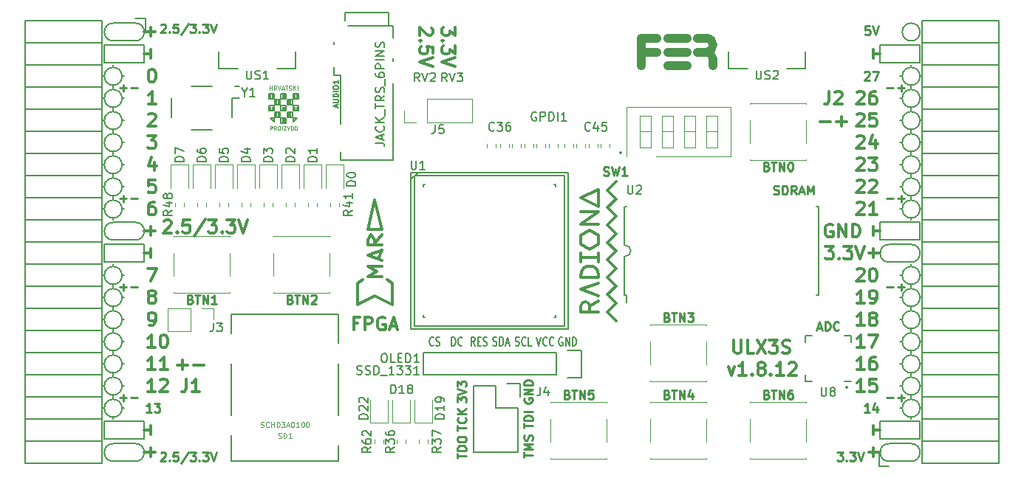
<source format=gto>
G04 #@! TF.GenerationSoftware,KiCad,Pcbnew,5.0.0-rc2+dfsg1-3*
G04 #@! TF.CreationDate,2018-06-10T12:20:26+02:00*
G04 #@! TF.ProjectId,ulx3s,756C7833732E6B696361645F70636200,rev?*
G04 #@! TF.SameCoordinates,Original*
G04 #@! TF.FileFunction,Legend,Top*
G04 #@! TF.FilePolarity,Positive*
%FSLAX46Y46*%
G04 Gerber Fmt 4.6, Leading zero omitted, Abs format (unit mm)*
G04 Created by KiCad (PCBNEW 5.0.0-rc2+dfsg1-3) date Sun Jun 10 12:20:26 2018*
%MOMM*%
%LPD*%
G01*
G04 APERTURE LIST*
%ADD10C,0.200000*%
%ADD11C,0.300000*%
%ADD12C,0.250000*%
%ADD13C,0.150000*%
%ADD14C,1.000000*%
%ADD15C,0.120000*%
%ADD16C,0.152400*%
%ADD17C,0.124460*%
%ADD18C,0.075000*%
G04 APERTURE END LIST*
D10*
X153678000Y-76551000D02*
G75*
G03X153678000Y-76551000I-127000J0D01*
G01*
X179586000Y-103475000D02*
G75*
G03X179586000Y-103475000I-127000J0D01*
G01*
D11*
X134560428Y-62144714D02*
X134560428Y-63073285D01*
X133989000Y-62573285D01*
X133989000Y-62787571D01*
X133917571Y-62930428D01*
X133846142Y-63001857D01*
X133703285Y-63073285D01*
X133346142Y-63073285D01*
X133203285Y-63001857D01*
X133131857Y-62930428D01*
X133060428Y-62787571D01*
X133060428Y-62359000D01*
X133131857Y-62216142D01*
X133203285Y-62144714D01*
X133203285Y-63716142D02*
X133131857Y-63787571D01*
X133060428Y-63716142D01*
X133131857Y-63644714D01*
X133203285Y-63716142D01*
X133060428Y-63716142D01*
X134560428Y-64287571D02*
X134560428Y-65216142D01*
X133989000Y-64716142D01*
X133989000Y-64930428D01*
X133917571Y-65073285D01*
X133846142Y-65144714D01*
X133703285Y-65216142D01*
X133346142Y-65216142D01*
X133203285Y-65144714D01*
X133131857Y-65073285D01*
X133060428Y-64930428D01*
X133060428Y-64501857D01*
X133131857Y-64359000D01*
X133203285Y-64287571D01*
X134560428Y-65644714D02*
X133060428Y-66144714D01*
X134560428Y-66644714D01*
X131877571Y-62216142D02*
X131949000Y-62287571D01*
X132020428Y-62430428D01*
X132020428Y-62787571D01*
X131949000Y-62930428D01*
X131877571Y-63001857D01*
X131734714Y-63073285D01*
X131591857Y-63073285D01*
X131377571Y-63001857D01*
X130520428Y-62144714D01*
X130520428Y-63073285D01*
X130663285Y-63716142D02*
X130591857Y-63787571D01*
X130520428Y-63716142D01*
X130591857Y-63644714D01*
X130663285Y-63716142D01*
X130520428Y-63716142D01*
X132020428Y-65144714D02*
X132020428Y-64430428D01*
X131306142Y-64359000D01*
X131377571Y-64430428D01*
X131449000Y-64573285D01*
X131449000Y-64930428D01*
X131377571Y-65073285D01*
X131306142Y-65144714D01*
X131163285Y-65216142D01*
X130806142Y-65216142D01*
X130663285Y-65144714D01*
X130591857Y-65073285D01*
X130520428Y-64930428D01*
X130520428Y-64573285D01*
X130591857Y-64430428D01*
X130663285Y-64359000D01*
X132020428Y-65644714D02*
X130520428Y-66144714D01*
X132020428Y-66644714D01*
X102760000Y-100897142D02*
X103902857Y-100897142D01*
X103331428Y-101468571D02*
X103331428Y-100325714D01*
X104617142Y-100897142D02*
X105760000Y-100897142D01*
X165878428Y-101121571D02*
X166235571Y-102121571D01*
X166592714Y-101121571D01*
X167949857Y-102121571D02*
X167092714Y-102121571D01*
X167521285Y-102121571D02*
X167521285Y-100621571D01*
X167378428Y-100835857D01*
X167235571Y-100978714D01*
X167092714Y-101050142D01*
X168592714Y-101978714D02*
X168664142Y-102050142D01*
X168592714Y-102121571D01*
X168521285Y-102050142D01*
X168592714Y-101978714D01*
X168592714Y-102121571D01*
X169521285Y-101264428D02*
X169378428Y-101193000D01*
X169307000Y-101121571D01*
X169235571Y-100978714D01*
X169235571Y-100907285D01*
X169307000Y-100764428D01*
X169378428Y-100693000D01*
X169521285Y-100621571D01*
X169807000Y-100621571D01*
X169949857Y-100693000D01*
X170021285Y-100764428D01*
X170092714Y-100907285D01*
X170092714Y-100978714D01*
X170021285Y-101121571D01*
X169949857Y-101193000D01*
X169807000Y-101264428D01*
X169521285Y-101264428D01*
X169378428Y-101335857D01*
X169307000Y-101407285D01*
X169235571Y-101550142D01*
X169235571Y-101835857D01*
X169307000Y-101978714D01*
X169378428Y-102050142D01*
X169521285Y-102121571D01*
X169807000Y-102121571D01*
X169949857Y-102050142D01*
X170021285Y-101978714D01*
X170092714Y-101835857D01*
X170092714Y-101550142D01*
X170021285Y-101407285D01*
X169949857Y-101335857D01*
X169807000Y-101264428D01*
X170735571Y-101978714D02*
X170807000Y-102050142D01*
X170735571Y-102121571D01*
X170664142Y-102050142D01*
X170735571Y-101978714D01*
X170735571Y-102121571D01*
X172235571Y-102121571D02*
X171378428Y-102121571D01*
X171807000Y-102121571D02*
X171807000Y-100621571D01*
X171664142Y-100835857D01*
X171521285Y-100978714D01*
X171378428Y-101050142D01*
X172807000Y-100764428D02*
X172878428Y-100693000D01*
X173021285Y-100621571D01*
X173378428Y-100621571D01*
X173521285Y-100693000D01*
X173592714Y-100764428D01*
X173664142Y-100907285D01*
X173664142Y-101050142D01*
X173592714Y-101264428D01*
X172735571Y-102121571D01*
X173664142Y-102121571D01*
X182492000Y-87582000D02*
X182492000Y-88598000D01*
X181984000Y-88090000D02*
X183254000Y-88090000D01*
X182492000Y-110442000D02*
X182492000Y-111458000D01*
X183254000Y-110950000D02*
X181984000Y-110950000D01*
X99688000Y-110442000D02*
X99688000Y-111458000D01*
X98926000Y-110950000D02*
X100196000Y-110950000D01*
X99688000Y-62182000D02*
X99688000Y-63198000D01*
X98926000Y-62690000D02*
X100196000Y-62690000D01*
X99688000Y-85042000D02*
X99688000Y-86058000D01*
X98926000Y-85550000D02*
X100196000Y-85550000D01*
D10*
X97910000Y-63706000D02*
G75*
G03X97910000Y-61674000I0J1016000D01*
G01*
X184270000Y-109934000D02*
G75*
G03X184270000Y-111966000I0J-1016000D01*
G01*
X95370000Y-111966000D02*
X97910000Y-111966000D01*
X95370000Y-109934000D02*
X97910000Y-109934000D01*
X97910000Y-111966000D02*
G75*
G03X97910000Y-109934000I0J1016000D01*
G01*
X95370000Y-109934000D02*
G75*
G03X95370000Y-111966000I0J-1016000D01*
G01*
X95370000Y-61674000D02*
X97910000Y-61674000D01*
X95370000Y-63706000D02*
X97910000Y-63706000D01*
X95370000Y-61674000D02*
G75*
G03X95370000Y-63706000I0J-1016000D01*
G01*
X95370000Y-84534000D02*
X97910000Y-84534000D01*
X95370000Y-86566000D02*
X97910000Y-86566000D01*
X95370000Y-84534000D02*
G75*
G03X95370000Y-86566000I0J-1016000D01*
G01*
X97910000Y-86566000D02*
G75*
G03X97910000Y-84534000I0J1016000D01*
G01*
X187826000Y-62690000D02*
G75*
G03X187826000Y-62690000I-1016000J0D01*
G01*
X184270000Y-89106000D02*
X186810000Y-89106000D01*
X184270000Y-87074000D02*
X186810000Y-87074000D01*
X184270000Y-87074000D02*
G75*
G03X184270000Y-89106000I0J-1016000D01*
G01*
X186810000Y-89106000D02*
G75*
G03X186810000Y-87074000I0J1016000D01*
G01*
X186810000Y-111966000D02*
X184270000Y-111966000D01*
X186810000Y-109934000D02*
X184270000Y-109934000D01*
X186810000Y-111966000D02*
G75*
G03X186810000Y-109934000I0J1016000D01*
G01*
X94354000Y-66246000D02*
X94354000Y-64214000D01*
X98926000Y-66246000D02*
X94354000Y-66246000D01*
X98926000Y-64214000D02*
X98926000Y-66246000D01*
X94354000Y-64214000D02*
X98926000Y-64214000D01*
X94354000Y-87074000D02*
X98926000Y-87074000D01*
X94354000Y-89106000D02*
X94354000Y-87074000D01*
X98926000Y-89106000D02*
X94354000Y-89106000D01*
X98926000Y-87074000D02*
X98926000Y-89106000D01*
X94354000Y-109426000D02*
X98926000Y-109426000D01*
X94354000Y-107394000D02*
X94354000Y-109426000D01*
X98926000Y-107394000D02*
X94354000Y-107394000D01*
X98926000Y-109426000D02*
X98926000Y-107394000D01*
X183254000Y-109426000D02*
X187826000Y-109426000D01*
X183254000Y-107394000D02*
X183254000Y-109426000D01*
X187826000Y-107394000D02*
X187826000Y-109426000D01*
X183254000Y-107394000D02*
X187826000Y-107394000D01*
X183254000Y-66246000D02*
X187826000Y-66246000D01*
X183254000Y-64214000D02*
X183254000Y-66246000D01*
X187826000Y-64214000D02*
X183254000Y-64214000D01*
X187826000Y-66246000D02*
X187826000Y-64214000D01*
X183254000Y-84534000D02*
X187826000Y-84534000D01*
X183254000Y-86566000D02*
X183254000Y-84534000D01*
X187826000Y-86566000D02*
X183254000Y-86566000D01*
X187826000Y-84534000D02*
X187826000Y-86566000D01*
D12*
X96148000Y-69111428D02*
X96909904Y-69111428D01*
X96528952Y-69492380D02*
X96528952Y-68730476D01*
X97386095Y-69111428D02*
X98148000Y-69111428D01*
X96148000Y-81811428D02*
X96909904Y-81811428D01*
X96528952Y-82192380D02*
X96528952Y-81430476D01*
X97386095Y-81811428D02*
X98148000Y-81811428D01*
X96148000Y-91971428D02*
X96909904Y-91971428D01*
X96528952Y-92352380D02*
X96528952Y-91590476D01*
X97386095Y-91971428D02*
X98148000Y-91971428D01*
X96148000Y-104671428D02*
X96909904Y-104671428D01*
X96528952Y-105052380D02*
X96528952Y-104290476D01*
X97386095Y-104671428D02*
X98148000Y-104671428D01*
X184032000Y-104671428D02*
X184793904Y-104671428D01*
X185270095Y-104671428D02*
X186032000Y-104671428D01*
X185651047Y-105052380D02*
X185651047Y-104290476D01*
X184032000Y-91971428D02*
X184793904Y-91971428D01*
X185270095Y-91971428D02*
X186032000Y-91971428D01*
X185651047Y-92352380D02*
X185651047Y-91590476D01*
X184032000Y-81811428D02*
X184793904Y-81811428D01*
X185270095Y-81811428D02*
X186032000Y-81811428D01*
X185651047Y-82192380D02*
X185651047Y-81430476D01*
X184032000Y-69111428D02*
X184793904Y-69111428D01*
X185270095Y-69111428D02*
X186032000Y-69111428D01*
X185651047Y-69492380D02*
X185651047Y-68730476D01*
D11*
X176420000Y-72957142D02*
X177562857Y-72957142D01*
X178277142Y-72957142D02*
X179420000Y-72957142D01*
X178848571Y-73528571D02*
X178848571Y-72385714D01*
D10*
X187826000Y-67770000D02*
G75*
G03X187826000Y-67770000I-1016000J0D01*
G01*
X187826000Y-70310000D02*
G75*
G03X187826000Y-70310000I-1016000J0D01*
G01*
X187826000Y-72850000D02*
G75*
G03X187826000Y-72850000I-1016000J0D01*
G01*
X187826000Y-75390000D02*
G75*
G03X187826000Y-75390000I-1016000J0D01*
G01*
X187826000Y-77930000D02*
G75*
G03X187826000Y-77930000I-1016000J0D01*
G01*
X187826000Y-80470000D02*
G75*
G03X187826000Y-80470000I-1016000J0D01*
G01*
X187826000Y-83010000D02*
G75*
G03X187826000Y-83010000I-1016000J0D01*
G01*
X187826000Y-90630000D02*
G75*
G03X187826000Y-90630000I-1016000J0D01*
G01*
X187826000Y-93170000D02*
G75*
G03X187826000Y-93170000I-1016000J0D01*
G01*
X187826000Y-95710000D02*
G75*
G03X187826000Y-95710000I-1016000J0D01*
G01*
X187826000Y-98250000D02*
G75*
G03X187826000Y-98250000I-1016000J0D01*
G01*
X187826000Y-100790000D02*
G75*
G03X187826000Y-100790000I-1016000J0D01*
G01*
X187826000Y-103330000D02*
G75*
G03X187826000Y-103330000I-1016000J0D01*
G01*
X187826000Y-105870000D02*
G75*
G03X187826000Y-105870000I-1016000J0D01*
G01*
X96386000Y-105870000D02*
G75*
G03X96386000Y-105870000I-1016000J0D01*
G01*
X96386000Y-103330000D02*
G75*
G03X96386000Y-103330000I-1016000J0D01*
G01*
X96386000Y-100790000D02*
G75*
G03X96386000Y-100790000I-1016000J0D01*
G01*
X96386000Y-98250000D02*
G75*
G03X96386000Y-98250000I-1016000J0D01*
G01*
X96386000Y-95710000D02*
G75*
G03X96386000Y-95710000I-1016000J0D01*
G01*
X96386000Y-93170000D02*
G75*
G03X96386000Y-93170000I-1016000J0D01*
G01*
X96386000Y-90630000D02*
G75*
G03X96386000Y-90630000I-1016000J0D01*
G01*
X96386000Y-83010000D02*
G75*
G03X96386000Y-83010000I-1016000J0D01*
G01*
X96386000Y-80470000D02*
G75*
G03X96386000Y-80470000I-1016000J0D01*
G01*
X96386000Y-77930000D02*
G75*
G03X96386000Y-77930000I-1016000J0D01*
G01*
X96386000Y-75390000D02*
G75*
G03X96386000Y-75390000I-1016000J0D01*
G01*
X96386000Y-72850000D02*
G75*
G03X96386000Y-72850000I-1016000J0D01*
G01*
X96386000Y-70310000D02*
G75*
G03X96386000Y-70310000I-1016000J0D01*
G01*
X96386000Y-67770000D02*
G75*
G03X96386000Y-67770000I-1016000J0D01*
G01*
D11*
X177793142Y-84800000D02*
X177650285Y-84728571D01*
X177436000Y-84728571D01*
X177221714Y-84800000D01*
X177078857Y-84942857D01*
X177007428Y-85085714D01*
X176936000Y-85371428D01*
X176936000Y-85585714D01*
X177007428Y-85871428D01*
X177078857Y-86014285D01*
X177221714Y-86157142D01*
X177436000Y-86228571D01*
X177578857Y-86228571D01*
X177793142Y-86157142D01*
X177864571Y-86085714D01*
X177864571Y-85585714D01*
X177578857Y-85585714D01*
X178507428Y-86228571D02*
X178507428Y-84728571D01*
X179364571Y-86228571D01*
X179364571Y-84728571D01*
X180078857Y-86228571D02*
X180078857Y-84728571D01*
X180436000Y-84728571D01*
X180650285Y-84800000D01*
X180793142Y-84942857D01*
X180864571Y-85085714D01*
X180936000Y-85371428D01*
X180936000Y-85585714D01*
X180864571Y-85871428D01*
X180793142Y-86014285D01*
X180650285Y-86157142D01*
X180436000Y-86228571D01*
X180078857Y-86228571D01*
X182492000Y-86058000D02*
X182492000Y-85042000D01*
X183254000Y-85550000D02*
X182492000Y-85550000D01*
X182492000Y-107902000D02*
X182492000Y-108918000D01*
X182492000Y-108410000D02*
X183254000Y-108410000D01*
D12*
X182047523Y-106322380D02*
X181476095Y-106322380D01*
X181761809Y-106322380D02*
X181761809Y-105322380D01*
X181666571Y-105465238D01*
X181571333Y-105560476D01*
X181476095Y-105608095D01*
X182904666Y-105655714D02*
X182904666Y-106322380D01*
X182666571Y-105274761D02*
X182428476Y-105989047D01*
X183047523Y-105989047D01*
X181476095Y-67317619D02*
X181523714Y-67270000D01*
X181618952Y-67222380D01*
X181857047Y-67222380D01*
X181952285Y-67270000D01*
X181999904Y-67317619D01*
X182047523Y-67412857D01*
X182047523Y-67508095D01*
X181999904Y-67650952D01*
X181428476Y-68222380D01*
X182047523Y-68222380D01*
X182380857Y-67222380D02*
X183047523Y-67222380D01*
X182618952Y-68222380D01*
D11*
X182492000Y-64722000D02*
X182492000Y-65738000D01*
X182492000Y-65230000D02*
X183254000Y-65230000D01*
X99688000Y-107902000D02*
X99688000Y-108918000D01*
X98926000Y-108410000D02*
X99688000Y-108410000D01*
X99315000Y-74568571D02*
X100243571Y-74568571D01*
X99743571Y-75140000D01*
X99957857Y-75140000D01*
X100100714Y-75211428D01*
X100172142Y-75282857D01*
X100243571Y-75425714D01*
X100243571Y-75782857D01*
X100172142Y-75925714D01*
X100100714Y-75997142D01*
X99957857Y-76068571D01*
X99529285Y-76068571D01*
X99386428Y-75997142D01*
X99315000Y-75925714D01*
X100100714Y-77608571D02*
X100100714Y-78608571D01*
X99743571Y-77037142D02*
X99386428Y-78108571D01*
X100315000Y-78108571D01*
X100172142Y-79648571D02*
X99457857Y-79648571D01*
X99386428Y-80362857D01*
X99457857Y-80291428D01*
X99600714Y-80220000D01*
X99957857Y-80220000D01*
X100100714Y-80291428D01*
X100172142Y-80362857D01*
X100243571Y-80505714D01*
X100243571Y-80862857D01*
X100172142Y-81005714D01*
X100100714Y-81077142D01*
X99957857Y-81148571D01*
X99600714Y-81148571D01*
X99457857Y-81077142D01*
X99386428Y-81005714D01*
D12*
X99751523Y-106322380D02*
X99180095Y-106322380D01*
X99465809Y-106322380D02*
X99465809Y-105322380D01*
X99370571Y-105465238D01*
X99275333Y-105560476D01*
X99180095Y-105608095D01*
X100084857Y-105322380D02*
X100703904Y-105322380D01*
X100370571Y-105703333D01*
X100513428Y-105703333D01*
X100608666Y-105750952D01*
X100656285Y-105798571D01*
X100703904Y-105893809D01*
X100703904Y-106131904D01*
X100656285Y-106227142D01*
X100608666Y-106274761D01*
X100513428Y-106322380D01*
X100227714Y-106322380D01*
X100132476Y-106274761D01*
X100084857Y-106227142D01*
D11*
X99315000Y-89808571D02*
X100315000Y-89808571D01*
X99672142Y-91308571D01*
X99688000Y-87582000D02*
X99688000Y-88598000D01*
X98926000Y-88090000D02*
X99688000Y-88090000D01*
X99688000Y-64722000D02*
X99688000Y-65738000D01*
X98926000Y-65230000D02*
X99688000Y-65230000D01*
D12*
X100817976Y-61874619D02*
X100865595Y-61827000D01*
X100960833Y-61779380D01*
X101198928Y-61779380D01*
X101294166Y-61827000D01*
X101341785Y-61874619D01*
X101389404Y-61969857D01*
X101389404Y-62065095D01*
X101341785Y-62207952D01*
X100770357Y-62779380D01*
X101389404Y-62779380D01*
X101817976Y-62684142D02*
X101865595Y-62731761D01*
X101817976Y-62779380D01*
X101770357Y-62731761D01*
X101817976Y-62684142D01*
X101817976Y-62779380D01*
X102770357Y-61779380D02*
X102294166Y-61779380D01*
X102246547Y-62255571D01*
X102294166Y-62207952D01*
X102389404Y-62160333D01*
X102627500Y-62160333D01*
X102722738Y-62207952D01*
X102770357Y-62255571D01*
X102817976Y-62350809D01*
X102817976Y-62588904D01*
X102770357Y-62684142D01*
X102722738Y-62731761D01*
X102627500Y-62779380D01*
X102389404Y-62779380D01*
X102294166Y-62731761D01*
X102246547Y-62684142D01*
X103960833Y-61731761D02*
X103103690Y-63017476D01*
X104198928Y-61779380D02*
X104817976Y-61779380D01*
X104484642Y-62160333D01*
X104627500Y-62160333D01*
X104722738Y-62207952D01*
X104770357Y-62255571D01*
X104817976Y-62350809D01*
X104817976Y-62588904D01*
X104770357Y-62684142D01*
X104722738Y-62731761D01*
X104627500Y-62779380D01*
X104341785Y-62779380D01*
X104246547Y-62731761D01*
X104198928Y-62684142D01*
X105246547Y-62684142D02*
X105294166Y-62731761D01*
X105246547Y-62779380D01*
X105198928Y-62731761D01*
X105246547Y-62684142D01*
X105246547Y-62779380D01*
X105627500Y-61779380D02*
X106246547Y-61779380D01*
X105913214Y-62160333D01*
X106056071Y-62160333D01*
X106151309Y-62207952D01*
X106198928Y-62255571D01*
X106246547Y-62350809D01*
X106246547Y-62588904D01*
X106198928Y-62684142D01*
X106151309Y-62731761D01*
X106056071Y-62779380D01*
X105770357Y-62779380D01*
X105675119Y-62731761D01*
X105627500Y-62684142D01*
X106532261Y-61779380D02*
X106865595Y-62779380D01*
X107198928Y-61779380D01*
X178360261Y-110910380D02*
X178979309Y-110910380D01*
X178645976Y-111291333D01*
X178788833Y-111291333D01*
X178884071Y-111338952D01*
X178931690Y-111386571D01*
X178979309Y-111481809D01*
X178979309Y-111719904D01*
X178931690Y-111815142D01*
X178884071Y-111862761D01*
X178788833Y-111910380D01*
X178503119Y-111910380D01*
X178407880Y-111862761D01*
X178360261Y-111815142D01*
X179407880Y-111815142D02*
X179455500Y-111862761D01*
X179407880Y-111910380D01*
X179360261Y-111862761D01*
X179407880Y-111815142D01*
X179407880Y-111910380D01*
X179788833Y-110910380D02*
X180407880Y-110910380D01*
X180074547Y-111291333D01*
X180217404Y-111291333D01*
X180312642Y-111338952D01*
X180360261Y-111386571D01*
X180407880Y-111481809D01*
X180407880Y-111719904D01*
X180360261Y-111815142D01*
X180312642Y-111862761D01*
X180217404Y-111910380D01*
X179931690Y-111910380D01*
X179836452Y-111862761D01*
X179788833Y-111815142D01*
X180693595Y-110910380D02*
X181026928Y-111910380D01*
X181360261Y-110910380D01*
D11*
X101199714Y-84381428D02*
X101271142Y-84310000D01*
X101414000Y-84238571D01*
X101771142Y-84238571D01*
X101914000Y-84310000D01*
X101985428Y-84381428D01*
X102056857Y-84524285D01*
X102056857Y-84667142D01*
X101985428Y-84881428D01*
X101128285Y-85738571D01*
X102056857Y-85738571D01*
X102699714Y-85595714D02*
X102771142Y-85667142D01*
X102699714Y-85738571D01*
X102628285Y-85667142D01*
X102699714Y-85595714D01*
X102699714Y-85738571D01*
X104128285Y-84238571D02*
X103414000Y-84238571D01*
X103342571Y-84952857D01*
X103414000Y-84881428D01*
X103556857Y-84810000D01*
X103914000Y-84810000D01*
X104056857Y-84881428D01*
X104128285Y-84952857D01*
X104199714Y-85095714D01*
X104199714Y-85452857D01*
X104128285Y-85595714D01*
X104056857Y-85667142D01*
X103914000Y-85738571D01*
X103556857Y-85738571D01*
X103414000Y-85667142D01*
X103342571Y-85595714D01*
X105914000Y-84167142D02*
X104628285Y-86095714D01*
X106271142Y-84238571D02*
X107199714Y-84238571D01*
X106699714Y-84810000D01*
X106914000Y-84810000D01*
X107056857Y-84881428D01*
X107128285Y-84952857D01*
X107199714Y-85095714D01*
X107199714Y-85452857D01*
X107128285Y-85595714D01*
X107056857Y-85667142D01*
X106914000Y-85738571D01*
X106485428Y-85738571D01*
X106342571Y-85667142D01*
X106271142Y-85595714D01*
X107842571Y-85595714D02*
X107914000Y-85667142D01*
X107842571Y-85738571D01*
X107771142Y-85667142D01*
X107842571Y-85595714D01*
X107842571Y-85738571D01*
X108414000Y-84238571D02*
X109342571Y-84238571D01*
X108842571Y-84810000D01*
X109056857Y-84810000D01*
X109199714Y-84881428D01*
X109271142Y-84952857D01*
X109342571Y-85095714D01*
X109342571Y-85452857D01*
X109271142Y-85595714D01*
X109199714Y-85667142D01*
X109056857Y-85738571D01*
X108628285Y-85738571D01*
X108485428Y-85667142D01*
X108414000Y-85595714D01*
X109771142Y-84238571D02*
X110271142Y-85738571D01*
X110771142Y-84238571D01*
D12*
X100817976Y-111023619D02*
X100865595Y-110976000D01*
X100960833Y-110928380D01*
X101198928Y-110928380D01*
X101294166Y-110976000D01*
X101341785Y-111023619D01*
X101389404Y-111118857D01*
X101389404Y-111214095D01*
X101341785Y-111356952D01*
X100770357Y-111928380D01*
X101389404Y-111928380D01*
X101817976Y-111833142D02*
X101865595Y-111880761D01*
X101817976Y-111928380D01*
X101770357Y-111880761D01*
X101817976Y-111833142D01*
X101817976Y-111928380D01*
X102770357Y-110928380D02*
X102294166Y-110928380D01*
X102246547Y-111404571D01*
X102294166Y-111356952D01*
X102389404Y-111309333D01*
X102627500Y-111309333D01*
X102722738Y-111356952D01*
X102770357Y-111404571D01*
X102817976Y-111499809D01*
X102817976Y-111737904D01*
X102770357Y-111833142D01*
X102722738Y-111880761D01*
X102627500Y-111928380D01*
X102389404Y-111928380D01*
X102294166Y-111880761D01*
X102246547Y-111833142D01*
X103960833Y-110880761D02*
X103103690Y-112166476D01*
X104198928Y-110928380D02*
X104817976Y-110928380D01*
X104484642Y-111309333D01*
X104627500Y-111309333D01*
X104722738Y-111356952D01*
X104770357Y-111404571D01*
X104817976Y-111499809D01*
X104817976Y-111737904D01*
X104770357Y-111833142D01*
X104722738Y-111880761D01*
X104627500Y-111928380D01*
X104341785Y-111928380D01*
X104246547Y-111880761D01*
X104198928Y-111833142D01*
X105246547Y-111833142D02*
X105294166Y-111880761D01*
X105246547Y-111928380D01*
X105198928Y-111880761D01*
X105246547Y-111833142D01*
X105246547Y-111928380D01*
X105627500Y-110928380D02*
X106246547Y-110928380D01*
X105913214Y-111309333D01*
X106056071Y-111309333D01*
X106151309Y-111356952D01*
X106198928Y-111404571D01*
X106246547Y-111499809D01*
X106246547Y-111737904D01*
X106198928Y-111833142D01*
X106151309Y-111880761D01*
X106056071Y-111928380D01*
X105770357Y-111928380D01*
X105675119Y-111880761D01*
X105627500Y-111833142D01*
X106532261Y-110928380D02*
X106865595Y-111928380D01*
X107198928Y-110928380D01*
X182047523Y-62015380D02*
X181571333Y-62015380D01*
X181523714Y-62491571D01*
X181571333Y-62443952D01*
X181666571Y-62396333D01*
X181904666Y-62396333D01*
X181999904Y-62443952D01*
X182047523Y-62491571D01*
X182095142Y-62586809D01*
X182095142Y-62824904D01*
X182047523Y-62920142D01*
X181999904Y-62967761D01*
X181904666Y-63015380D01*
X181666571Y-63015380D01*
X181571333Y-62967761D01*
X181523714Y-62920142D01*
X182380857Y-62015380D02*
X182714190Y-63015380D01*
X183047523Y-62015380D01*
D11*
X180587142Y-69631428D02*
X180658571Y-69560000D01*
X180801428Y-69488571D01*
X181158571Y-69488571D01*
X181301428Y-69560000D01*
X181372857Y-69631428D01*
X181444285Y-69774285D01*
X181444285Y-69917142D01*
X181372857Y-70131428D01*
X180515714Y-70988571D01*
X181444285Y-70988571D01*
X182730000Y-69488571D02*
X182444285Y-69488571D01*
X182301428Y-69560000D01*
X182230000Y-69631428D01*
X182087142Y-69845714D01*
X182015714Y-70131428D01*
X182015714Y-70702857D01*
X182087142Y-70845714D01*
X182158571Y-70917142D01*
X182301428Y-70988571D01*
X182587142Y-70988571D01*
X182730000Y-70917142D01*
X182801428Y-70845714D01*
X182872857Y-70702857D01*
X182872857Y-70345714D01*
X182801428Y-70202857D01*
X182730000Y-70131428D01*
X182587142Y-70060000D01*
X182301428Y-70060000D01*
X182158571Y-70131428D01*
X182087142Y-70202857D01*
X182015714Y-70345714D01*
X180587142Y-72171428D02*
X180658571Y-72100000D01*
X180801428Y-72028571D01*
X181158571Y-72028571D01*
X181301428Y-72100000D01*
X181372857Y-72171428D01*
X181444285Y-72314285D01*
X181444285Y-72457142D01*
X181372857Y-72671428D01*
X180515714Y-73528571D01*
X181444285Y-73528571D01*
X182801428Y-72028571D02*
X182087142Y-72028571D01*
X182015714Y-72742857D01*
X182087142Y-72671428D01*
X182230000Y-72600000D01*
X182587142Y-72600000D01*
X182730000Y-72671428D01*
X182801428Y-72742857D01*
X182872857Y-72885714D01*
X182872857Y-73242857D01*
X182801428Y-73385714D01*
X182730000Y-73457142D01*
X182587142Y-73528571D01*
X182230000Y-73528571D01*
X182087142Y-73457142D01*
X182015714Y-73385714D01*
X180587142Y-74711428D02*
X180658571Y-74640000D01*
X180801428Y-74568571D01*
X181158571Y-74568571D01*
X181301428Y-74640000D01*
X181372857Y-74711428D01*
X181444285Y-74854285D01*
X181444285Y-74997142D01*
X181372857Y-75211428D01*
X180515714Y-76068571D01*
X181444285Y-76068571D01*
X182730000Y-75068571D02*
X182730000Y-76068571D01*
X182372857Y-74497142D02*
X182015714Y-75568571D01*
X182944285Y-75568571D01*
X180587142Y-77251428D02*
X180658571Y-77180000D01*
X180801428Y-77108571D01*
X181158571Y-77108571D01*
X181301428Y-77180000D01*
X181372857Y-77251428D01*
X181444285Y-77394285D01*
X181444285Y-77537142D01*
X181372857Y-77751428D01*
X180515714Y-78608571D01*
X181444285Y-78608571D01*
X181944285Y-77108571D02*
X182872857Y-77108571D01*
X182372857Y-77680000D01*
X182587142Y-77680000D01*
X182730000Y-77751428D01*
X182801428Y-77822857D01*
X182872857Y-77965714D01*
X182872857Y-78322857D01*
X182801428Y-78465714D01*
X182730000Y-78537142D01*
X182587142Y-78608571D01*
X182158571Y-78608571D01*
X182015714Y-78537142D01*
X181944285Y-78465714D01*
X180587142Y-79791428D02*
X180658571Y-79720000D01*
X180801428Y-79648571D01*
X181158571Y-79648571D01*
X181301428Y-79720000D01*
X181372857Y-79791428D01*
X181444285Y-79934285D01*
X181444285Y-80077142D01*
X181372857Y-80291428D01*
X180515714Y-81148571D01*
X181444285Y-81148571D01*
X182015714Y-79791428D02*
X182087142Y-79720000D01*
X182230000Y-79648571D01*
X182587142Y-79648571D01*
X182730000Y-79720000D01*
X182801428Y-79791428D01*
X182872857Y-79934285D01*
X182872857Y-80077142D01*
X182801428Y-80291428D01*
X181944285Y-81148571D01*
X182872857Y-81148571D01*
X180587142Y-82331428D02*
X180658571Y-82260000D01*
X180801428Y-82188571D01*
X181158571Y-82188571D01*
X181301428Y-82260000D01*
X181372857Y-82331428D01*
X181444285Y-82474285D01*
X181444285Y-82617142D01*
X181372857Y-82831428D01*
X180515714Y-83688571D01*
X181444285Y-83688571D01*
X182872857Y-83688571D02*
X182015714Y-83688571D01*
X182444285Y-83688571D02*
X182444285Y-82188571D01*
X182301428Y-82402857D01*
X182158571Y-82545714D01*
X182015714Y-82617142D01*
X176975714Y-87268571D02*
X177904285Y-87268571D01*
X177404285Y-87840000D01*
X177618571Y-87840000D01*
X177761428Y-87911428D01*
X177832857Y-87982857D01*
X177904285Y-88125714D01*
X177904285Y-88482857D01*
X177832857Y-88625714D01*
X177761428Y-88697142D01*
X177618571Y-88768571D01*
X177190000Y-88768571D01*
X177047142Y-88697142D01*
X176975714Y-88625714D01*
X178547142Y-88625714D02*
X178618571Y-88697142D01*
X178547142Y-88768571D01*
X178475714Y-88697142D01*
X178547142Y-88625714D01*
X178547142Y-88768571D01*
X179118571Y-87268571D02*
X180047142Y-87268571D01*
X179547142Y-87840000D01*
X179761428Y-87840000D01*
X179904285Y-87911428D01*
X179975714Y-87982857D01*
X180047142Y-88125714D01*
X180047142Y-88482857D01*
X179975714Y-88625714D01*
X179904285Y-88697142D01*
X179761428Y-88768571D01*
X179332857Y-88768571D01*
X179190000Y-88697142D01*
X179118571Y-88625714D01*
X180475714Y-87268571D02*
X180975714Y-88768571D01*
X181475714Y-87268571D01*
X180587142Y-89951428D02*
X180658571Y-89880000D01*
X180801428Y-89808571D01*
X181158571Y-89808571D01*
X181301428Y-89880000D01*
X181372857Y-89951428D01*
X181444285Y-90094285D01*
X181444285Y-90237142D01*
X181372857Y-90451428D01*
X180515714Y-91308571D01*
X181444285Y-91308571D01*
X182372857Y-89808571D02*
X182515714Y-89808571D01*
X182658571Y-89880000D01*
X182730000Y-89951428D01*
X182801428Y-90094285D01*
X182872857Y-90380000D01*
X182872857Y-90737142D01*
X182801428Y-91022857D01*
X182730000Y-91165714D01*
X182658571Y-91237142D01*
X182515714Y-91308571D01*
X182372857Y-91308571D01*
X182230000Y-91237142D01*
X182158571Y-91165714D01*
X182087142Y-91022857D01*
X182015714Y-90737142D01*
X182015714Y-90380000D01*
X182087142Y-90094285D01*
X182158571Y-89951428D01*
X182230000Y-89880000D01*
X182372857Y-89808571D01*
X181444285Y-93848571D02*
X180587142Y-93848571D01*
X181015714Y-93848571D02*
X181015714Y-92348571D01*
X180872857Y-92562857D01*
X180730000Y-92705714D01*
X180587142Y-92777142D01*
X182158571Y-93848571D02*
X182444285Y-93848571D01*
X182587142Y-93777142D01*
X182658571Y-93705714D01*
X182801428Y-93491428D01*
X182872857Y-93205714D01*
X182872857Y-92634285D01*
X182801428Y-92491428D01*
X182730000Y-92420000D01*
X182587142Y-92348571D01*
X182301428Y-92348571D01*
X182158571Y-92420000D01*
X182087142Y-92491428D01*
X182015714Y-92634285D01*
X182015714Y-92991428D01*
X182087142Y-93134285D01*
X182158571Y-93205714D01*
X182301428Y-93277142D01*
X182587142Y-93277142D01*
X182730000Y-93205714D01*
X182801428Y-93134285D01*
X182872857Y-92991428D01*
X181444285Y-96388571D02*
X180587142Y-96388571D01*
X181015714Y-96388571D02*
X181015714Y-94888571D01*
X180872857Y-95102857D01*
X180730000Y-95245714D01*
X180587142Y-95317142D01*
X182301428Y-95531428D02*
X182158571Y-95460000D01*
X182087142Y-95388571D01*
X182015714Y-95245714D01*
X182015714Y-95174285D01*
X182087142Y-95031428D01*
X182158571Y-94960000D01*
X182301428Y-94888571D01*
X182587142Y-94888571D01*
X182730000Y-94960000D01*
X182801428Y-95031428D01*
X182872857Y-95174285D01*
X182872857Y-95245714D01*
X182801428Y-95388571D01*
X182730000Y-95460000D01*
X182587142Y-95531428D01*
X182301428Y-95531428D01*
X182158571Y-95602857D01*
X182087142Y-95674285D01*
X182015714Y-95817142D01*
X182015714Y-96102857D01*
X182087142Y-96245714D01*
X182158571Y-96317142D01*
X182301428Y-96388571D01*
X182587142Y-96388571D01*
X182730000Y-96317142D01*
X182801428Y-96245714D01*
X182872857Y-96102857D01*
X182872857Y-95817142D01*
X182801428Y-95674285D01*
X182730000Y-95602857D01*
X182587142Y-95531428D01*
X181444285Y-98928571D02*
X180587142Y-98928571D01*
X181015714Y-98928571D02*
X181015714Y-97428571D01*
X180872857Y-97642857D01*
X180730000Y-97785714D01*
X180587142Y-97857142D01*
X181944285Y-97428571D02*
X182944285Y-97428571D01*
X182301428Y-98928571D01*
X181444285Y-101468571D02*
X180587142Y-101468571D01*
X181015714Y-101468571D02*
X181015714Y-99968571D01*
X180872857Y-100182857D01*
X180730000Y-100325714D01*
X180587142Y-100397142D01*
X182730000Y-99968571D02*
X182444285Y-99968571D01*
X182301428Y-100040000D01*
X182230000Y-100111428D01*
X182087142Y-100325714D01*
X182015714Y-100611428D01*
X182015714Y-101182857D01*
X182087142Y-101325714D01*
X182158571Y-101397142D01*
X182301428Y-101468571D01*
X182587142Y-101468571D01*
X182730000Y-101397142D01*
X182801428Y-101325714D01*
X182872857Y-101182857D01*
X182872857Y-100825714D01*
X182801428Y-100682857D01*
X182730000Y-100611428D01*
X182587142Y-100540000D01*
X182301428Y-100540000D01*
X182158571Y-100611428D01*
X182087142Y-100682857D01*
X182015714Y-100825714D01*
X181444285Y-104008571D02*
X180587142Y-104008571D01*
X181015714Y-104008571D02*
X181015714Y-102508571D01*
X180872857Y-102722857D01*
X180730000Y-102865714D01*
X180587142Y-102937142D01*
X182801428Y-102508571D02*
X182087142Y-102508571D01*
X182015714Y-103222857D01*
X182087142Y-103151428D01*
X182230000Y-103080000D01*
X182587142Y-103080000D01*
X182730000Y-103151428D01*
X182801428Y-103222857D01*
X182872857Y-103365714D01*
X182872857Y-103722857D01*
X182801428Y-103865714D01*
X182730000Y-103937142D01*
X182587142Y-104008571D01*
X182230000Y-104008571D01*
X182087142Y-103937142D01*
X182015714Y-103865714D01*
D10*
X186810000Y-66500000D02*
X186810000Y-66754000D01*
X187826000Y-67770000D02*
X188080000Y-67770000D01*
X185540000Y-67770000D02*
X185794000Y-67770000D01*
X186810000Y-69294000D02*
X186810000Y-68786000D01*
X187826000Y-70310000D02*
X188080000Y-70310000D01*
X185540000Y-70310000D02*
X185794000Y-70310000D01*
X186810000Y-71326000D02*
X186810000Y-71834000D01*
X187826000Y-72850000D02*
X188080000Y-72850000D01*
X185540000Y-72850000D02*
X185794000Y-72850000D01*
X186810000Y-73866000D02*
X186810000Y-74374000D01*
X187826000Y-75390000D02*
X188080000Y-75390000D01*
X185540000Y-75390000D02*
X185794000Y-75390000D01*
X186810000Y-76406000D02*
X186810000Y-76914000D01*
X187826000Y-77930000D02*
X188080000Y-77930000D01*
X185540000Y-77930000D02*
X185794000Y-77930000D01*
X186810000Y-79454000D02*
X186810000Y-78946000D01*
X187826000Y-80470000D02*
X188080000Y-80470000D01*
X185540000Y-80470000D02*
X185794000Y-80470000D01*
X186810000Y-81994000D02*
X186810000Y-81486000D01*
X187826000Y-83010000D02*
X188080000Y-83010000D01*
X185540000Y-83010000D02*
X185794000Y-83010000D01*
X186810000Y-84026000D02*
X186810000Y-84280000D01*
X186810000Y-89360000D02*
X186810000Y-89614000D01*
X187826000Y-90630000D02*
X188080000Y-90630000D01*
X185540000Y-90630000D02*
X185794000Y-90630000D01*
X186810000Y-91646000D02*
X186810000Y-92154000D01*
X187826000Y-93170000D02*
X188080000Y-93170000D01*
X185540000Y-93170000D02*
X185794000Y-93170000D01*
X186810000Y-94186000D02*
X186810000Y-94694000D01*
X187826000Y-95710000D02*
X188080000Y-95710000D01*
X185540000Y-95710000D02*
X185794000Y-95710000D01*
X186810000Y-97234000D02*
X186810000Y-96726000D01*
X187826000Y-98250000D02*
X188080000Y-98250000D01*
X185540000Y-98250000D02*
X185794000Y-98250000D01*
X187826000Y-100790000D02*
X188080000Y-100790000D01*
X185540000Y-100790000D02*
X185794000Y-100790000D01*
X186810000Y-99266000D02*
X186810000Y-99774000D01*
X186810000Y-102314000D02*
X186810000Y-101806000D01*
X187826000Y-103330000D02*
X188080000Y-103330000D01*
X185540000Y-103330000D02*
X185794000Y-103330000D01*
X186810000Y-104346000D02*
X186810000Y-104854000D01*
X185540000Y-105870000D02*
X185794000Y-105870000D01*
X187826000Y-105870000D02*
X188080000Y-105870000D01*
X186810000Y-106886000D02*
X186810000Y-107140000D01*
X95370000Y-66754000D02*
X95370000Y-66500000D01*
X96386000Y-67770000D02*
X96640000Y-67770000D01*
X94100000Y-67770000D02*
X94354000Y-67770000D01*
X95370000Y-68786000D02*
X95370000Y-69294000D01*
X96386000Y-70310000D02*
X96640000Y-70310000D01*
X94100000Y-70310000D02*
X94354000Y-70310000D01*
X95370000Y-71326000D02*
X95370000Y-71834000D01*
X96386000Y-72850000D02*
X96640000Y-72850000D01*
X94100000Y-72850000D02*
X94354000Y-72850000D01*
X95370000Y-73866000D02*
X95370000Y-74374000D01*
X96386000Y-75390000D02*
X96640000Y-75390000D01*
X95370000Y-76406000D02*
X95370000Y-76914000D01*
X96386000Y-77930000D02*
X96640000Y-77930000D01*
X94100000Y-77930000D02*
X94354000Y-77930000D01*
X95370000Y-79454000D02*
X95370000Y-78946000D01*
X96386000Y-80470000D02*
X96640000Y-80470000D01*
X94100000Y-80470000D02*
X94354000Y-80470000D01*
X95370000Y-81486000D02*
X95370000Y-81994000D01*
X96386000Y-83010000D02*
X96640000Y-83010000D01*
X95370000Y-84026000D02*
X95370000Y-84280000D01*
X94100000Y-83010000D02*
X94354000Y-83010000D01*
X95370000Y-106886000D02*
X95370000Y-107140000D01*
X95370000Y-89360000D02*
X95370000Y-89614000D01*
X96386000Y-93170000D02*
X96640000Y-93170000D01*
X94100000Y-93170000D02*
X94354000Y-93170000D01*
X95370000Y-94186000D02*
X95370000Y-94694000D01*
X94100000Y-90630000D02*
X94354000Y-90630000D01*
X96386000Y-90630000D02*
X96640000Y-90630000D01*
X95370000Y-92154000D02*
X95370000Y-91646000D01*
X96386000Y-95710000D02*
X96640000Y-95710000D01*
X94100000Y-95710000D02*
X94354000Y-95710000D01*
X96386000Y-98250000D02*
X96640000Y-98250000D01*
X94354000Y-98250000D02*
X94100000Y-98250000D01*
X95370000Y-96726000D02*
X95370000Y-97234000D01*
X95370000Y-99266000D02*
X95370000Y-99774000D01*
X94100000Y-100790000D02*
X94354000Y-100790000D01*
X96386000Y-100790000D02*
X96640000Y-100790000D01*
X94100000Y-103330000D02*
X94354000Y-103330000D01*
X96386000Y-103330000D02*
X96640000Y-103330000D01*
X95370000Y-101806000D02*
X95370000Y-102314000D01*
X95370000Y-104346000D02*
X95370000Y-104854000D01*
X96386000Y-105870000D02*
X96640000Y-105870000D01*
X94100000Y-105870000D02*
X94354000Y-105870000D01*
D11*
X100164285Y-104008571D02*
X99307142Y-104008571D01*
X99735714Y-104008571D02*
X99735714Y-102508571D01*
X99592857Y-102722857D01*
X99450000Y-102865714D01*
X99307142Y-102937142D01*
X100735714Y-102651428D02*
X100807142Y-102580000D01*
X100950000Y-102508571D01*
X101307142Y-102508571D01*
X101450000Y-102580000D01*
X101521428Y-102651428D01*
X101592857Y-102794285D01*
X101592857Y-102937142D01*
X101521428Y-103151428D01*
X100664285Y-104008571D01*
X101592857Y-104008571D01*
X100164285Y-101468571D02*
X99307142Y-101468571D01*
X99735714Y-101468571D02*
X99735714Y-99968571D01*
X99592857Y-100182857D01*
X99450000Y-100325714D01*
X99307142Y-100397142D01*
X101592857Y-101468571D02*
X100735714Y-101468571D01*
X101164285Y-101468571D02*
X101164285Y-99968571D01*
X101021428Y-100182857D01*
X100878571Y-100325714D01*
X100735714Y-100397142D01*
X100164285Y-98928571D02*
X99307142Y-98928571D01*
X99735714Y-98928571D02*
X99735714Y-97428571D01*
X99592857Y-97642857D01*
X99450000Y-97785714D01*
X99307142Y-97857142D01*
X101092857Y-97428571D02*
X101235714Y-97428571D01*
X101378571Y-97500000D01*
X101450000Y-97571428D01*
X101521428Y-97714285D01*
X101592857Y-98000000D01*
X101592857Y-98357142D01*
X101521428Y-98642857D01*
X101450000Y-98785714D01*
X101378571Y-98857142D01*
X101235714Y-98928571D01*
X101092857Y-98928571D01*
X100950000Y-98857142D01*
X100878571Y-98785714D01*
X100807142Y-98642857D01*
X100735714Y-98357142D01*
X100735714Y-98000000D01*
X100807142Y-97714285D01*
X100878571Y-97571428D01*
X100950000Y-97500000D01*
X101092857Y-97428571D01*
X99529285Y-96388571D02*
X99815000Y-96388571D01*
X99957857Y-96317142D01*
X100029285Y-96245714D01*
X100172142Y-96031428D01*
X100243571Y-95745714D01*
X100243571Y-95174285D01*
X100172142Y-95031428D01*
X100100714Y-94960000D01*
X99957857Y-94888571D01*
X99672142Y-94888571D01*
X99529285Y-94960000D01*
X99457857Y-95031428D01*
X99386428Y-95174285D01*
X99386428Y-95531428D01*
X99457857Y-95674285D01*
X99529285Y-95745714D01*
X99672142Y-95817142D01*
X99957857Y-95817142D01*
X100100714Y-95745714D01*
X100172142Y-95674285D01*
X100243571Y-95531428D01*
X99672142Y-92991428D02*
X99529285Y-92920000D01*
X99457857Y-92848571D01*
X99386428Y-92705714D01*
X99386428Y-92634285D01*
X99457857Y-92491428D01*
X99529285Y-92420000D01*
X99672142Y-92348571D01*
X99957857Y-92348571D01*
X100100714Y-92420000D01*
X100172142Y-92491428D01*
X100243571Y-92634285D01*
X100243571Y-92705714D01*
X100172142Y-92848571D01*
X100100714Y-92920000D01*
X99957857Y-92991428D01*
X99672142Y-92991428D01*
X99529285Y-93062857D01*
X99457857Y-93134285D01*
X99386428Y-93277142D01*
X99386428Y-93562857D01*
X99457857Y-93705714D01*
X99529285Y-93777142D01*
X99672142Y-93848571D01*
X99957857Y-93848571D01*
X100100714Y-93777142D01*
X100172142Y-93705714D01*
X100243571Y-93562857D01*
X100243571Y-93277142D01*
X100172142Y-93134285D01*
X100100714Y-93062857D01*
X99957857Y-92991428D01*
X100100714Y-82188571D02*
X99815000Y-82188571D01*
X99672142Y-82260000D01*
X99600714Y-82331428D01*
X99457857Y-82545714D01*
X99386428Y-82831428D01*
X99386428Y-83402857D01*
X99457857Y-83545714D01*
X99529285Y-83617142D01*
X99672142Y-83688571D01*
X99957857Y-83688571D01*
X100100714Y-83617142D01*
X100172142Y-83545714D01*
X100243571Y-83402857D01*
X100243571Y-83045714D01*
X100172142Y-82902857D01*
X100100714Y-82831428D01*
X99957857Y-82760000D01*
X99672142Y-82760000D01*
X99529285Y-82831428D01*
X99457857Y-82902857D01*
X99386428Y-83045714D01*
X99386428Y-72171428D02*
X99457857Y-72100000D01*
X99600714Y-72028571D01*
X99957857Y-72028571D01*
X100100714Y-72100000D01*
X100172142Y-72171428D01*
X100243571Y-72314285D01*
X100243571Y-72457142D01*
X100172142Y-72671428D01*
X99315000Y-73528571D01*
X100243571Y-73528571D01*
X100243571Y-70988571D02*
X99386428Y-70988571D01*
X99815000Y-70988571D02*
X99815000Y-69488571D01*
X99672142Y-69702857D01*
X99529285Y-69845714D01*
X99386428Y-69917142D01*
X99743571Y-66948571D02*
X99886428Y-66948571D01*
X100029285Y-67020000D01*
X100100714Y-67091428D01*
X100172142Y-67234285D01*
X100243571Y-67520000D01*
X100243571Y-67877142D01*
X100172142Y-68162857D01*
X100100714Y-68305714D01*
X100029285Y-68377142D01*
X99886428Y-68448571D01*
X99743571Y-68448571D01*
X99600714Y-68377142D01*
X99529285Y-68305714D01*
X99457857Y-68162857D01*
X99386428Y-67877142D01*
X99386428Y-67520000D01*
X99457857Y-67234285D01*
X99529285Y-67091428D01*
X99600714Y-67020000D01*
X99743571Y-66948571D01*
X166501428Y-98081571D02*
X166501428Y-99295857D01*
X166572857Y-99438714D01*
X166644285Y-99510142D01*
X166787142Y-99581571D01*
X167072857Y-99581571D01*
X167215714Y-99510142D01*
X167287142Y-99438714D01*
X167358571Y-99295857D01*
X167358571Y-98081571D01*
X168787142Y-99581571D02*
X168072857Y-99581571D01*
X168072857Y-98081571D01*
X169144285Y-98081571D02*
X170144285Y-99581571D01*
X170144285Y-98081571D02*
X169144285Y-99581571D01*
X170572857Y-98081571D02*
X171501428Y-98081571D01*
X171001428Y-98653000D01*
X171215714Y-98653000D01*
X171358571Y-98724428D01*
X171430000Y-98795857D01*
X171501428Y-98938714D01*
X171501428Y-99295857D01*
X171430000Y-99438714D01*
X171358571Y-99510142D01*
X171215714Y-99581571D01*
X170787142Y-99581571D01*
X170644285Y-99510142D01*
X170572857Y-99438714D01*
X172072857Y-99510142D02*
X172287142Y-99581571D01*
X172644285Y-99581571D01*
X172787142Y-99510142D01*
X172858571Y-99438714D01*
X172930000Y-99295857D01*
X172930000Y-99153000D01*
X172858571Y-99010142D01*
X172787142Y-98938714D01*
X172644285Y-98867285D01*
X172358571Y-98795857D01*
X172215714Y-98724428D01*
X172144285Y-98653000D01*
X172072857Y-98510142D01*
X172072857Y-98367285D01*
X172144285Y-98224428D01*
X172215714Y-98153000D01*
X172358571Y-98081571D01*
X172715714Y-98081571D01*
X172930000Y-98153000D01*
X123413428Y-96110857D02*
X122913428Y-96110857D01*
X122913428Y-96896571D02*
X122913428Y-95396571D01*
X123627714Y-95396571D01*
X124199142Y-96896571D02*
X124199142Y-95396571D01*
X124770571Y-95396571D01*
X124913428Y-95468000D01*
X124984857Y-95539428D01*
X125056285Y-95682285D01*
X125056285Y-95896571D01*
X124984857Y-96039428D01*
X124913428Y-96110857D01*
X124770571Y-96182285D01*
X124199142Y-96182285D01*
X126484857Y-95468000D02*
X126342000Y-95396571D01*
X126127714Y-95396571D01*
X125913428Y-95468000D01*
X125770571Y-95610857D01*
X125699142Y-95753714D01*
X125627714Y-96039428D01*
X125627714Y-96253714D01*
X125699142Y-96539428D01*
X125770571Y-96682285D01*
X125913428Y-96825142D01*
X126127714Y-96896571D01*
X126270571Y-96896571D01*
X126484857Y-96825142D01*
X126556285Y-96753714D01*
X126556285Y-96253714D01*
X126270571Y-96253714D01*
X127127714Y-96468000D02*
X127842000Y-96468000D01*
X126984857Y-96896571D02*
X127484857Y-95396571D01*
X127984857Y-96896571D01*
D12*
X171077285Y-81273761D02*
X171220142Y-81321380D01*
X171458238Y-81321380D01*
X171553476Y-81273761D01*
X171601095Y-81226142D01*
X171648714Y-81130904D01*
X171648714Y-81035666D01*
X171601095Y-80940428D01*
X171553476Y-80892809D01*
X171458238Y-80845190D01*
X171267761Y-80797571D01*
X171172523Y-80749952D01*
X171124904Y-80702333D01*
X171077285Y-80607095D01*
X171077285Y-80511857D01*
X171124904Y-80416619D01*
X171172523Y-80369000D01*
X171267761Y-80321380D01*
X171505857Y-80321380D01*
X171648714Y-80369000D01*
X172077285Y-81321380D02*
X172077285Y-80321380D01*
X172315380Y-80321380D01*
X172458238Y-80369000D01*
X172553476Y-80464238D01*
X172601095Y-80559476D01*
X172648714Y-80749952D01*
X172648714Y-80892809D01*
X172601095Y-81083285D01*
X172553476Y-81178523D01*
X172458238Y-81273761D01*
X172315380Y-81321380D01*
X172077285Y-81321380D01*
X173648714Y-81321380D02*
X173315380Y-80845190D01*
X173077285Y-81321380D02*
X173077285Y-80321380D01*
X173458238Y-80321380D01*
X173553476Y-80369000D01*
X173601095Y-80416619D01*
X173648714Y-80511857D01*
X173648714Y-80654714D01*
X173601095Y-80749952D01*
X173553476Y-80797571D01*
X173458238Y-80845190D01*
X173077285Y-80845190D01*
X174029666Y-81035666D02*
X174505857Y-81035666D01*
X173934428Y-81321380D02*
X174267761Y-80321380D01*
X174601095Y-81321380D01*
X174934428Y-81321380D02*
X174934428Y-80321380D01*
X175267761Y-81035666D01*
X175601095Y-80321380D01*
X175601095Y-81321380D01*
X176061904Y-96656666D02*
X176538095Y-96656666D01*
X175966666Y-96942380D02*
X176300000Y-95942380D01*
X176633333Y-96942380D01*
X176966666Y-96942380D02*
X176966666Y-95942380D01*
X177204761Y-95942380D01*
X177347619Y-95990000D01*
X177442857Y-96085238D01*
X177490476Y-96180476D01*
X177538095Y-96370952D01*
X177538095Y-96513809D01*
X177490476Y-96704285D01*
X177442857Y-96799523D01*
X177347619Y-96894761D01*
X177204761Y-96942380D01*
X176966666Y-96942380D01*
X178538095Y-96847142D02*
X178490476Y-96894761D01*
X178347619Y-96942380D01*
X178252380Y-96942380D01*
X178109523Y-96894761D01*
X178014285Y-96799523D01*
X177966666Y-96704285D01*
X177919047Y-96513809D01*
X177919047Y-96370952D01*
X177966666Y-96180476D01*
X178014285Y-96085238D01*
X178109523Y-95990000D01*
X178252380Y-95942380D01*
X178347619Y-95942380D01*
X178490476Y-95990000D01*
X178538095Y-96037619D01*
X142447380Y-111521333D02*
X142447380Y-110949904D01*
X143447380Y-111235619D02*
X142447380Y-111235619D01*
X143447380Y-110616571D02*
X142447380Y-110616571D01*
X143161666Y-110283238D01*
X142447380Y-109949904D01*
X143447380Y-109949904D01*
X143399761Y-109521333D02*
X143447380Y-109378476D01*
X143447380Y-109140380D01*
X143399761Y-109045142D01*
X143352142Y-108997523D01*
X143256904Y-108949904D01*
X143161666Y-108949904D01*
X143066428Y-108997523D01*
X143018809Y-109045142D01*
X142971190Y-109140380D01*
X142923571Y-109330857D01*
X142875952Y-109426095D01*
X142828333Y-109473714D01*
X142733095Y-109521333D01*
X142637857Y-109521333D01*
X142542619Y-109473714D01*
X142495000Y-109426095D01*
X142447380Y-109330857D01*
X142447380Y-109092761D01*
X142495000Y-108949904D01*
X142447380Y-108163809D02*
X142447380Y-107592380D01*
X143447380Y-107878095D02*
X142447380Y-107878095D01*
X143447380Y-107259047D02*
X142447380Y-107259047D01*
X142447380Y-107020952D01*
X142495000Y-106878095D01*
X142590238Y-106782857D01*
X142685476Y-106735238D01*
X142875952Y-106687619D01*
X143018809Y-106687619D01*
X143209285Y-106735238D01*
X143304523Y-106782857D01*
X143399761Y-106878095D01*
X143447380Y-107020952D01*
X143447380Y-107259047D01*
X143447380Y-106259047D02*
X142447380Y-106259047D01*
X142495000Y-104726904D02*
X142447380Y-104822142D01*
X142447380Y-104965000D01*
X142495000Y-105107857D01*
X142590238Y-105203095D01*
X142685476Y-105250714D01*
X142875952Y-105298333D01*
X143018809Y-105298333D01*
X143209285Y-105250714D01*
X143304523Y-105203095D01*
X143399761Y-105107857D01*
X143447380Y-104965000D01*
X143447380Y-104869761D01*
X143399761Y-104726904D01*
X143352142Y-104679285D01*
X143018809Y-104679285D01*
X143018809Y-104869761D01*
X143447380Y-104250714D02*
X142447380Y-104250714D01*
X143447380Y-103679285D01*
X142447380Y-103679285D01*
X143447380Y-103203095D02*
X142447380Y-103203095D01*
X142447380Y-102965000D01*
X142495000Y-102822142D01*
X142590238Y-102726904D01*
X142685476Y-102679285D01*
X142875952Y-102631666D01*
X143018809Y-102631666D01*
X143209285Y-102679285D01*
X143304523Y-102726904D01*
X143399761Y-102822142D01*
X143447380Y-102965000D01*
X143447380Y-103203095D01*
X134827380Y-111624523D02*
X134827380Y-111053095D01*
X135827380Y-111338809D02*
X134827380Y-111338809D01*
X135827380Y-110719761D02*
X134827380Y-110719761D01*
X134827380Y-110481666D01*
X134875000Y-110338809D01*
X134970238Y-110243571D01*
X135065476Y-110195952D01*
X135255952Y-110148333D01*
X135398809Y-110148333D01*
X135589285Y-110195952D01*
X135684523Y-110243571D01*
X135779761Y-110338809D01*
X135827380Y-110481666D01*
X135827380Y-110719761D01*
X134827380Y-109529285D02*
X134827380Y-109338809D01*
X134875000Y-109243571D01*
X134970238Y-109148333D01*
X135160714Y-109100714D01*
X135494047Y-109100714D01*
X135684523Y-109148333D01*
X135779761Y-109243571D01*
X135827380Y-109338809D01*
X135827380Y-109529285D01*
X135779761Y-109624523D01*
X135684523Y-109719761D01*
X135494047Y-109767380D01*
X135160714Y-109767380D01*
X134970238Y-109719761D01*
X134875000Y-109624523D01*
X134827380Y-109529285D01*
X134827380Y-108425714D02*
X134827380Y-107854285D01*
X135827380Y-108140000D02*
X134827380Y-108140000D01*
X135732142Y-106949523D02*
X135779761Y-106997142D01*
X135827380Y-107140000D01*
X135827380Y-107235238D01*
X135779761Y-107378095D01*
X135684523Y-107473333D01*
X135589285Y-107520952D01*
X135398809Y-107568571D01*
X135255952Y-107568571D01*
X135065476Y-107520952D01*
X134970238Y-107473333D01*
X134875000Y-107378095D01*
X134827380Y-107235238D01*
X134827380Y-107140000D01*
X134875000Y-106997142D01*
X134922619Y-106949523D01*
X135827380Y-106520952D02*
X134827380Y-106520952D01*
X135827380Y-105949523D02*
X135255952Y-106378095D01*
X134827380Y-105949523D02*
X135398809Y-106520952D01*
X134827380Y-105203095D02*
X134827380Y-104584047D01*
X135208333Y-104917380D01*
X135208333Y-104774523D01*
X135255952Y-104679285D01*
X135303571Y-104631666D01*
X135398809Y-104584047D01*
X135636904Y-104584047D01*
X135732142Y-104631666D01*
X135779761Y-104679285D01*
X135827380Y-104774523D01*
X135827380Y-105060238D01*
X135779761Y-105155476D01*
X135732142Y-105203095D01*
X134827380Y-104298333D02*
X135827380Y-103965000D01*
X134827380Y-103631666D01*
X134827380Y-103393571D02*
X134827380Y-102774523D01*
X135208333Y-103107857D01*
X135208333Y-102965000D01*
X135255952Y-102869761D01*
X135303571Y-102822142D01*
X135398809Y-102774523D01*
X135636904Y-102774523D01*
X135732142Y-102822142D01*
X135779761Y-102869761D01*
X135827380Y-102965000D01*
X135827380Y-103250714D01*
X135779761Y-103345952D01*
X135732142Y-103393571D01*
D13*
G04 #@! TO.C,U2*
X176193000Y-92880000D02*
X175993000Y-92880000D01*
X176193000Y-82720000D02*
X175993000Y-82720000D01*
X154193000Y-92880000D02*
X154193000Y-93700000D01*
X153993000Y-92880000D02*
X154193000Y-92880000D01*
X153993000Y-82720000D02*
X154193000Y-82720000D01*
X176203000Y-82720000D02*
X176203000Y-92880000D01*
X153983000Y-92880000D02*
X153983000Y-88435000D01*
X154044000Y-87165000D02*
G75*
G02X154044000Y-88435000I0J-635000D01*
G01*
X153983000Y-87165000D02*
X153983000Y-82720000D01*
D14*
G04 #@! TO.C,fer*
X164101000Y-65994000D02*
X164101000Y-66594000D01*
X164101000Y-65794000D02*
G75*
G03X163301000Y-64994000I-800000J0D01*
G01*
X163301000Y-64994000D02*
G75*
G03X163301000Y-63394000I0J800000D01*
G01*
X162301000Y-64994000D02*
X163301000Y-64994000D01*
X162301000Y-63394000D02*
X163301000Y-63394000D01*
X155901000Y-63394000D02*
X155901000Y-66594000D01*
X158901000Y-66594000D02*
X161101000Y-66594000D01*
X158901000Y-64994000D02*
X161101000Y-64994000D01*
X158901000Y-63394000D02*
X161101000Y-63394000D01*
X155901000Y-63394000D02*
X157701000Y-63394000D01*
X155901000Y-64994000D02*
X157701000Y-64994000D01*
D13*
G04 #@! TO.C,J1*
X85270000Y-112220000D02*
X94100000Y-112220000D01*
X85270000Y-109680000D02*
X85270000Y-112220000D01*
X94100000Y-109680000D02*
X94100000Y-112220000D01*
X94100000Y-112220000D02*
X85270000Y-112220000D01*
X94100000Y-109680000D02*
X85270000Y-109680000D01*
X94100000Y-107140000D02*
X94100000Y-109680000D01*
X85270000Y-107140000D02*
X85270000Y-109680000D01*
X85270000Y-109680000D02*
X94100000Y-109680000D01*
X85270000Y-91900000D02*
X94100000Y-91900000D01*
X85270000Y-89360000D02*
X85270000Y-91900000D01*
X94100000Y-89360000D02*
X94100000Y-91900000D01*
X94100000Y-91900000D02*
X85270000Y-91900000D01*
X94100000Y-94440000D02*
X85270000Y-94440000D01*
X94100000Y-91900000D02*
X94100000Y-94440000D01*
X85270000Y-91900000D02*
X85270000Y-94440000D01*
X85270000Y-94440000D02*
X94100000Y-94440000D01*
X85270000Y-107140000D02*
X94100000Y-107140000D01*
X85270000Y-104600000D02*
X85270000Y-107140000D01*
X94100000Y-104600000D02*
X94100000Y-107140000D01*
X94100000Y-107140000D02*
X85270000Y-107140000D01*
X94100000Y-104600000D02*
X85270000Y-104600000D01*
X94100000Y-102060000D02*
X94100000Y-104600000D01*
X85270000Y-102060000D02*
X85270000Y-104600000D01*
X85270000Y-104600000D02*
X94100000Y-104600000D01*
X85270000Y-102060000D02*
X94100000Y-102060000D01*
X85270000Y-99520000D02*
X85270000Y-102060000D01*
X94100000Y-99520000D02*
X94100000Y-102060000D01*
X94100000Y-102060000D02*
X85270000Y-102060000D01*
X94100000Y-99520000D02*
X85270000Y-99520000D01*
X94100000Y-96980000D02*
X94100000Y-99520000D01*
X85270000Y-96980000D02*
X85270000Y-99520000D01*
X85270000Y-99520000D02*
X94100000Y-99520000D01*
X85270000Y-96980000D02*
X94100000Y-96980000D01*
X85270000Y-94440000D02*
X85270000Y-96980000D01*
X94100000Y-94440000D02*
X94100000Y-96980000D01*
X94100000Y-96980000D02*
X85270000Y-96980000D01*
X94100000Y-79200000D02*
X85270000Y-79200000D01*
X94100000Y-76660000D02*
X94100000Y-79200000D01*
X85270000Y-76660000D02*
X85270000Y-79200000D01*
X85270000Y-79200000D02*
X94100000Y-79200000D01*
X85270000Y-81740000D02*
X94100000Y-81740000D01*
X85270000Y-79200000D02*
X85270000Y-81740000D01*
X94100000Y-79200000D02*
X94100000Y-81740000D01*
X94100000Y-81740000D02*
X85270000Y-81740000D01*
X94100000Y-84280000D02*
X85270000Y-84280000D01*
X94100000Y-81740000D02*
X94100000Y-84280000D01*
X85270000Y-81740000D02*
X85270000Y-84280000D01*
X85270000Y-84280000D02*
X94100000Y-84280000D01*
X85270000Y-86820000D02*
X94100000Y-86820000D01*
X85270000Y-84280000D02*
X85270000Y-86820000D01*
X94100000Y-84280000D02*
X94100000Y-86820000D01*
X94100000Y-86820000D02*
X85270000Y-86820000D01*
X94100000Y-89360000D02*
X85270000Y-89360000D01*
X94100000Y-86820000D02*
X94100000Y-89360000D01*
X85270000Y-86820000D02*
X85270000Y-89360000D01*
X85270000Y-89360000D02*
X94100000Y-89360000D01*
X85270000Y-76660000D02*
X94100000Y-76660000D01*
X85270000Y-74120000D02*
X85270000Y-76660000D01*
X94100000Y-74120000D02*
X94100000Y-76660000D01*
X94100000Y-76660000D02*
X85270000Y-76660000D01*
X94100000Y-74120000D02*
X85270000Y-74120000D01*
X94100000Y-71580000D02*
X94100000Y-74120000D01*
X85270000Y-71580000D02*
X85270000Y-74120000D01*
X85270000Y-74120000D02*
X94100000Y-74120000D01*
X85270000Y-71580000D02*
X94100000Y-71580000D01*
X85270000Y-69040000D02*
X85270000Y-71580000D01*
X94100000Y-69040000D02*
X94100000Y-71580000D01*
X94100000Y-71580000D02*
X85270000Y-71580000D01*
X94100000Y-69040000D02*
X85270000Y-69040000D01*
X94100000Y-66500000D02*
X94100000Y-69040000D01*
X85270000Y-66500000D02*
X85270000Y-69040000D01*
X85270000Y-69040000D02*
X94100000Y-69040000D01*
X85270000Y-66500000D02*
X94100000Y-66500000D01*
X85270000Y-63960000D02*
X85270000Y-66500000D01*
X94100000Y-63960000D02*
X94100000Y-66500000D01*
X94100000Y-66500000D02*
X85270000Y-66500000D01*
X94100000Y-63960000D02*
X85270000Y-63960000D01*
X94100000Y-61420000D02*
X94100000Y-63960000D01*
X99060000Y-62690000D02*
X99060000Y-61140000D01*
X99060000Y-61140000D02*
X97910000Y-61140000D01*
X94100000Y-61420000D02*
X85270000Y-61420000D01*
X85270000Y-61420000D02*
X85270000Y-63960000D01*
X85270000Y-63960000D02*
X94100000Y-63960000D01*
G04 #@! TO.C,J2*
X196910000Y-61420000D02*
X188080000Y-61420000D01*
X196910000Y-63960000D02*
X196910000Y-61420000D01*
X188080000Y-63960000D02*
X188080000Y-61420000D01*
X188080000Y-61420000D02*
X196910000Y-61420000D01*
X188080000Y-63960000D02*
X196910000Y-63960000D01*
X188080000Y-66500000D02*
X188080000Y-63960000D01*
X196910000Y-66500000D02*
X196910000Y-63960000D01*
X196910000Y-63960000D02*
X188080000Y-63960000D01*
X196910000Y-81740000D02*
X188080000Y-81740000D01*
X196910000Y-84280000D02*
X196910000Y-81740000D01*
X188080000Y-84280000D02*
X188080000Y-81740000D01*
X188080000Y-81740000D02*
X196910000Y-81740000D01*
X188080000Y-79200000D02*
X196910000Y-79200000D01*
X188080000Y-81740000D02*
X188080000Y-79200000D01*
X196910000Y-81740000D02*
X196910000Y-79200000D01*
X196910000Y-79200000D02*
X188080000Y-79200000D01*
X196910000Y-66500000D02*
X188080000Y-66500000D01*
X196910000Y-69040000D02*
X196910000Y-66500000D01*
X188080000Y-69040000D02*
X188080000Y-66500000D01*
X188080000Y-66500000D02*
X196910000Y-66500000D01*
X188080000Y-69040000D02*
X196910000Y-69040000D01*
X188080000Y-71580000D02*
X188080000Y-69040000D01*
X196910000Y-71580000D02*
X196910000Y-69040000D01*
X196910000Y-69040000D02*
X188080000Y-69040000D01*
X196910000Y-71580000D02*
X188080000Y-71580000D01*
X196910000Y-74120000D02*
X196910000Y-71580000D01*
X188080000Y-74120000D02*
X188080000Y-71580000D01*
X188080000Y-71580000D02*
X196910000Y-71580000D01*
X188080000Y-74120000D02*
X196910000Y-74120000D01*
X188080000Y-76660000D02*
X188080000Y-74120000D01*
X196910000Y-76660000D02*
X196910000Y-74120000D01*
X196910000Y-74120000D02*
X188080000Y-74120000D01*
X196910000Y-76660000D02*
X188080000Y-76660000D01*
X196910000Y-79200000D02*
X196910000Y-76660000D01*
X188080000Y-79200000D02*
X188080000Y-76660000D01*
X188080000Y-76660000D02*
X196910000Y-76660000D01*
X188080000Y-94440000D02*
X196910000Y-94440000D01*
X188080000Y-96980000D02*
X188080000Y-94440000D01*
X196910000Y-96980000D02*
X196910000Y-94440000D01*
X196910000Y-94440000D02*
X188080000Y-94440000D01*
X196910000Y-91900000D02*
X188080000Y-91900000D01*
X196910000Y-94440000D02*
X196910000Y-91900000D01*
X188080000Y-94440000D02*
X188080000Y-91900000D01*
X188080000Y-91900000D02*
X196910000Y-91900000D01*
X188080000Y-89360000D02*
X196910000Y-89360000D01*
X188080000Y-91900000D02*
X188080000Y-89360000D01*
X196910000Y-91900000D02*
X196910000Y-89360000D01*
X196910000Y-89360000D02*
X188080000Y-89360000D01*
X196910000Y-86820000D02*
X188080000Y-86820000D01*
X196910000Y-89360000D02*
X196910000Y-86820000D01*
X188080000Y-89360000D02*
X188080000Y-86820000D01*
X188080000Y-86820000D02*
X196910000Y-86820000D01*
X188080000Y-84280000D02*
X196910000Y-84280000D01*
X188080000Y-86820000D02*
X188080000Y-84280000D01*
X196910000Y-86820000D02*
X196910000Y-84280000D01*
X196910000Y-84280000D02*
X188080000Y-84280000D01*
X196910000Y-96980000D02*
X188080000Y-96980000D01*
X196910000Y-99520000D02*
X196910000Y-96980000D01*
X188080000Y-99520000D02*
X188080000Y-96980000D01*
X188080000Y-96980000D02*
X196910000Y-96980000D01*
X188080000Y-99520000D02*
X196910000Y-99520000D01*
X188080000Y-102060000D02*
X188080000Y-99520000D01*
X196910000Y-102060000D02*
X196910000Y-99520000D01*
X196910000Y-99520000D02*
X188080000Y-99520000D01*
X196910000Y-102060000D02*
X188080000Y-102060000D01*
X196910000Y-104600000D02*
X196910000Y-102060000D01*
X188080000Y-104600000D02*
X188080000Y-102060000D01*
X188080000Y-102060000D02*
X196910000Y-102060000D01*
X188080000Y-104600000D02*
X196910000Y-104600000D01*
X188080000Y-107140000D02*
X188080000Y-104600000D01*
X196910000Y-107140000D02*
X196910000Y-104600000D01*
X196910000Y-104600000D02*
X188080000Y-104600000D01*
X196910000Y-107140000D02*
X188080000Y-107140000D01*
X196910000Y-109680000D02*
X196910000Y-107140000D01*
X188080000Y-109680000D02*
X188080000Y-107140000D01*
X188080000Y-107140000D02*
X196910000Y-107140000D01*
X188080000Y-109680000D02*
X196910000Y-109680000D01*
X188080000Y-112220000D02*
X188080000Y-109680000D01*
X183120000Y-110950000D02*
X183120000Y-112500000D01*
X183120000Y-112500000D02*
X184270000Y-112500000D01*
X188080000Y-112220000D02*
X196910000Y-112220000D01*
X196910000Y-112220000D02*
X196910000Y-109680000D01*
X196910000Y-109680000D02*
X188080000Y-109680000D01*
G04 #@! TO.C,J4*
X141725000Y-110950000D02*
X141725000Y-105870000D01*
X142005000Y-103050000D02*
X142005000Y-104600000D01*
X139185000Y-103330000D02*
X139185000Y-105870000D01*
X139185000Y-105870000D02*
X141725000Y-105870000D01*
X141725000Y-110950000D02*
X136645000Y-110950000D01*
X136645000Y-110950000D02*
X136645000Y-105870000D01*
X142005000Y-103050000D02*
X140455000Y-103050000D01*
X136645000Y-103330000D02*
X139185000Y-103330000D01*
X136645000Y-105870000D02*
X136645000Y-103330000D01*
G04 #@! TO.C,U8*
X174660000Y-102780000D02*
X174660000Y-102030000D01*
X179910000Y-97530000D02*
X179910000Y-98280000D01*
X174660000Y-97530000D02*
X174660000Y-98280000D01*
X179910000Y-102780000D02*
X179160000Y-102780000D01*
X179910000Y-97530000D02*
X179160000Y-97530000D01*
X174660000Y-97530000D02*
X175410000Y-97530000D01*
X174660000Y-102780000D02*
X175410000Y-102780000D01*
G04 #@! TO.C,OLED1*
X146170000Y-99520000D02*
X130930000Y-99520000D01*
X130930000Y-99520000D02*
X130930000Y-102060000D01*
X130930000Y-102060000D02*
X146170000Y-102060000D01*
X148990000Y-99240000D02*
X147440000Y-99240000D01*
X146170000Y-99520000D02*
X146170000Y-102060000D01*
X147440000Y-102340000D02*
X148990000Y-102340000D01*
X148990000Y-102340000D02*
X148990000Y-99240000D01*
D15*
G04 #@! TO.C,BTN0*
X168340000Y-77350000D02*
X168340000Y-77320000D01*
X168340000Y-70890000D02*
X168340000Y-70920000D01*
X174800000Y-70890000D02*
X174800000Y-70920000D01*
X174800000Y-77320000D02*
X174800000Y-77350000D01*
X168340000Y-75420000D02*
X168340000Y-72820000D01*
X174800000Y-77350000D02*
X168340000Y-77350000D01*
X174800000Y-75420000D02*
X174800000Y-72820000D01*
X174800000Y-70890000D02*
X168340000Y-70890000D01*
G04 #@! TO.C,BTN1*
X108760000Y-86130000D02*
X108760000Y-86160000D01*
X108760000Y-92590000D02*
X108760000Y-92560000D01*
X102300000Y-92590000D02*
X102300000Y-92560000D01*
X102300000Y-86160000D02*
X102300000Y-86130000D01*
X108760000Y-88060000D02*
X108760000Y-90660000D01*
X102300000Y-86130000D02*
X108760000Y-86130000D01*
X102300000Y-88060000D02*
X102300000Y-90660000D01*
X102300000Y-92590000D02*
X108760000Y-92590000D01*
G04 #@! TO.C,BTN2*
X120190000Y-86130000D02*
X120190000Y-86160000D01*
X120190000Y-92590000D02*
X120190000Y-92560000D01*
X113730000Y-92590000D02*
X113730000Y-92560000D01*
X113730000Y-86160000D02*
X113730000Y-86130000D01*
X120190000Y-88060000D02*
X120190000Y-90660000D01*
X113730000Y-86130000D02*
X120190000Y-86130000D01*
X113730000Y-88060000D02*
X113730000Y-90660000D01*
X113730000Y-92590000D02*
X120190000Y-92590000D01*
G04 #@! TO.C,BTN3*
X163370000Y-96290000D02*
X163370000Y-96320000D01*
X163370000Y-102750000D02*
X163370000Y-102720000D01*
X156910000Y-102750000D02*
X156910000Y-102720000D01*
X156910000Y-96320000D02*
X156910000Y-96290000D01*
X163370000Y-98220000D02*
X163370000Y-100820000D01*
X156910000Y-96290000D02*
X163370000Y-96290000D01*
X156910000Y-98220000D02*
X156910000Y-100820000D01*
X156910000Y-102750000D02*
X163370000Y-102750000D01*
G04 #@! TO.C,BTN4*
X156910000Y-111640000D02*
X156910000Y-111610000D01*
X156910000Y-105180000D02*
X156910000Y-105210000D01*
X163370000Y-105180000D02*
X163370000Y-105210000D01*
X163370000Y-111610000D02*
X163370000Y-111640000D01*
X156910000Y-109710000D02*
X156910000Y-107110000D01*
X163370000Y-111640000D02*
X156910000Y-111640000D01*
X163370000Y-109710000D02*
X163370000Y-107110000D01*
X163370000Y-105180000D02*
X156910000Y-105180000D01*
G04 #@! TO.C,BTN5*
X145480000Y-111640000D02*
X145480000Y-111610000D01*
X145480000Y-105180000D02*
X145480000Y-105210000D01*
X151940000Y-105180000D02*
X151940000Y-105210000D01*
X151940000Y-111610000D02*
X151940000Y-111640000D01*
X145480000Y-109710000D02*
X145480000Y-107110000D01*
X151940000Y-111640000D02*
X145480000Y-111640000D01*
X151940000Y-109710000D02*
X151940000Y-107110000D01*
X151940000Y-105180000D02*
X145480000Y-105180000D01*
G04 #@! TO.C,BTN6*
X168340000Y-111640000D02*
X168340000Y-111610000D01*
X168340000Y-105180000D02*
X168340000Y-105210000D01*
X174800000Y-105180000D02*
X174800000Y-105210000D01*
X174800000Y-111610000D02*
X174800000Y-111640000D01*
X168340000Y-109710000D02*
X168340000Y-107110000D01*
X174800000Y-111640000D02*
X168340000Y-111640000D01*
X174800000Y-109710000D02*
X174800000Y-107110000D01*
X174800000Y-105180000D02*
X168340000Y-105180000D01*
G04 #@! TO.C,SW1*
X154160000Y-76965000D02*
X154160000Y-71275000D01*
X154160000Y-71275000D02*
X166120000Y-71275000D01*
X166120000Y-71275000D02*
X166120000Y-76965000D01*
X166120000Y-76965000D02*
X157600000Y-76965000D01*
X155695000Y-75930000D02*
X156965000Y-75930000D01*
X156965000Y-75930000D02*
X156965000Y-72310000D01*
X156965000Y-72310000D02*
X155695000Y-72310000D01*
X155695000Y-72310000D02*
X155695000Y-75930000D01*
X155695000Y-74120000D02*
X156965000Y-74120000D01*
X158235000Y-75930000D02*
X159505000Y-75930000D01*
X159505000Y-75930000D02*
X159505000Y-72310000D01*
X159505000Y-72310000D02*
X158235000Y-72310000D01*
X158235000Y-72310000D02*
X158235000Y-75930000D01*
X158235000Y-74120000D02*
X159505000Y-74120000D01*
X160775000Y-75930000D02*
X162045000Y-75930000D01*
X162045000Y-75930000D02*
X162045000Y-72310000D01*
X162045000Y-72310000D02*
X160775000Y-72310000D01*
X160775000Y-72310000D02*
X160775000Y-75930000D01*
X160775000Y-74120000D02*
X162045000Y-74120000D01*
X163315000Y-75930000D02*
X164585000Y-75930000D01*
X164585000Y-75930000D02*
X164585000Y-72310000D01*
X164585000Y-72310000D02*
X163315000Y-72310000D01*
X163315000Y-72310000D02*
X163315000Y-75930000D01*
X163315000Y-74120000D02*
X164585000Y-74120000D01*
D13*
G04 #@! TO.C,U1*
X130880000Y-80200000D02*
X131080000Y-80200000D01*
X130880000Y-80400000D02*
X130880000Y-80200000D01*
X146080000Y-80200000D02*
X146080000Y-80400000D01*
X145880000Y-80200000D02*
X146080000Y-80200000D01*
X146080000Y-95400000D02*
X146080000Y-95200000D01*
X145880000Y-95400000D02*
X146080000Y-95400000D01*
X130880000Y-95400000D02*
X131080000Y-95400000D01*
X130880000Y-95200000D02*
X130880000Y-95400000D01*
X130280000Y-78800000D02*
X129480000Y-79600000D01*
X129480000Y-96800000D02*
X129480000Y-78800000D01*
X147480000Y-96800000D02*
X129480000Y-96800000D01*
X147480000Y-78800000D02*
X147480000Y-96800000D01*
X129480000Y-78800000D02*
X147480000Y-78800000D01*
X129880000Y-96400000D02*
X129880000Y-79200000D01*
X147080000Y-96400000D02*
X129880000Y-96400000D01*
X147080000Y-79200000D02*
X147080000Y-96400000D01*
X129880000Y-79200000D02*
X147080000Y-79200000D01*
D11*
G04 #@! TO.C,radiona*
X149980000Y-94836000D02*
X149980000Y-94136000D01*
X148980000Y-94836000D02*
X148980000Y-94136000D01*
X151980000Y-80836000D02*
X152980000Y-79836000D01*
X152980000Y-81836000D02*
X151980000Y-80836000D01*
X151980000Y-82836000D02*
X152980000Y-81836000D01*
X152980000Y-83836000D02*
X151980000Y-82836000D01*
X151980000Y-84836000D02*
X152980000Y-83836000D01*
X152980000Y-85836000D02*
X151980000Y-84836000D01*
X151980000Y-86836000D02*
X152980000Y-85836000D01*
X152980000Y-87836000D02*
X151980000Y-86836000D01*
X151980000Y-88836000D02*
X152980000Y-87836000D01*
X152980000Y-89836000D02*
X151980000Y-88836000D01*
X151980000Y-90836000D02*
X152980000Y-89836000D01*
X152980000Y-91836000D02*
X151980000Y-90836000D01*
X151980000Y-92836000D02*
X152980000Y-91836000D01*
X152980000Y-93836000D02*
X151980000Y-92836000D01*
X151980000Y-94836000D02*
X152980000Y-93836000D01*
X152980000Y-95836000D02*
X151980000Y-94836000D01*
X150980000Y-90836000D02*
X150980000Y-90536000D01*
X148980000Y-90836000D02*
X148980000Y-90536000D01*
X148980000Y-89036000D02*
X148980000Y-88036000D01*
X150980000Y-89036000D02*
X150980000Y-88036000D01*
X150980000Y-83336000D02*
X148980000Y-83336000D01*
X148980000Y-84736000D02*
X150980000Y-83336000D01*
X149980000Y-94136000D02*
X150980000Y-93536000D01*
X149980000Y-85436000D02*
X150980000Y-86036000D01*
X148980000Y-86036000D02*
X149980000Y-85436000D01*
X149980000Y-87636000D02*
X148980000Y-87036000D01*
X150980000Y-87036000D02*
X149980000Y-87636000D01*
X148980000Y-86036000D02*
X148980000Y-87036000D01*
X150980000Y-87036000D02*
X150980000Y-86036000D01*
X150980000Y-80736000D02*
X150980000Y-82736000D01*
X148980000Y-81736000D02*
X150980000Y-80736000D01*
X150980000Y-82736000D02*
X148980000Y-81736000D01*
X150980000Y-84736000D02*
X148980000Y-84736000D01*
X148980000Y-88536000D02*
X150980000Y-88536000D01*
X150980000Y-90536000D02*
G75*
G03X148980000Y-90536000I-1000000J0D01*
G01*
X150980000Y-90836000D02*
X148980000Y-90836000D01*
X148980000Y-92236000D02*
X150980000Y-91536000D01*
X150980000Y-92936000D02*
X148980000Y-92236000D01*
X149980000Y-94136000D02*
G75*
G03X148980000Y-94136000I-500000J0D01*
G01*
X150980000Y-94836000D02*
X148980000Y-94836000D01*
D13*
G04 #@! TO.C,AUDIO1*
X121968000Y-60418000D02*
X121968000Y-61418000D01*
X126968000Y-60418000D02*
X121968000Y-60418000D01*
X126968000Y-62018000D02*
X126968000Y-60418000D01*
X127468000Y-62018000D02*
X122268000Y-62018000D01*
X120668000Y-64118000D02*
X120668000Y-63818000D01*
X120668000Y-67618000D02*
X120668000Y-66718000D01*
X121468000Y-67618000D02*
X120668000Y-67618000D01*
X121468000Y-73218000D02*
X121468000Y-67618000D01*
X121468000Y-77418000D02*
X121468000Y-76418000D01*
X121468000Y-77418000D02*
X127468000Y-77418000D01*
X127468000Y-68618000D02*
X127468000Y-77418000D01*
X127468000Y-65718000D02*
X127468000Y-66018000D01*
X127468000Y-62018000D02*
X127468000Y-63318000D01*
G04 #@! TO.C,SD1*
X108900000Y-95100000D02*
X108900000Y-97250000D01*
X121200000Y-95100000D02*
X108900000Y-95100000D01*
X121200000Y-98350000D02*
X121200000Y-95100000D01*
X121200000Y-106650000D02*
X121200000Y-100750000D01*
X108900000Y-100750000D02*
X108900000Y-106650000D01*
X121200000Y-111900000D02*
X121200000Y-110150000D01*
X108900000Y-111900000D02*
X121200000Y-111900000D01*
X108900000Y-109000000D02*
X108900000Y-111900000D01*
G04 #@! TO.C,Y1*
X109300000Y-68920000D02*
X109850000Y-68920000D01*
X109000000Y-72520000D02*
X109000000Y-70320000D01*
X106700000Y-68920000D02*
X104300000Y-68920000D01*
X109000000Y-70320000D02*
X109850000Y-70320000D01*
X106700000Y-73920000D02*
X104300000Y-73920000D01*
X102000000Y-70320000D02*
X102000000Y-72520000D01*
D11*
G04 #@! TO.C,REF\002A\002A*
X124542000Y-89544000D02*
X126142000Y-89544000D01*
X125542000Y-90144000D02*
X124542000Y-89544000D01*
X124542000Y-90744000D02*
X125542000Y-90144000D01*
X126142000Y-90744000D02*
X124542000Y-90744000D01*
X127342000Y-91544000D02*
X126742000Y-91144000D01*
X123342000Y-91544000D02*
X123942000Y-91144000D01*
X123342000Y-93944000D02*
X123342000Y-91544000D01*
X125342000Y-81944000D02*
X124542000Y-85344000D01*
X126142000Y-85344000D02*
X125342000Y-81944000D01*
X124542000Y-85344000D02*
X126142000Y-85344000D01*
X125342000Y-86944000D02*
X126142000Y-85944000D01*
X125342000Y-86544000D02*
X125342000Y-87144000D01*
X124942000Y-85944000D02*
X125342000Y-86544000D01*
X124542000Y-86544000D02*
X124942000Y-85944000D01*
X124542000Y-87144000D02*
X124542000Y-86544000D01*
X124542000Y-87144000D02*
X126142000Y-87144000D01*
X126142000Y-87744000D02*
X125742000Y-88744000D01*
X124542000Y-88344000D02*
X126142000Y-87744000D01*
X126142000Y-88944000D02*
X124542000Y-88344000D01*
X127342000Y-93944000D02*
X127342000Y-91544000D01*
X125342000Y-92944000D02*
X127342000Y-93944000D01*
X123342000Y-93944000D02*
X125342000Y-92944000D01*
D10*
G04 #@! TO.C,HR*
X115000000Y-72653000D02*
X115000000Y-73053000D01*
X115700000Y-71953000D02*
X115700000Y-72353000D01*
X114300000Y-71953000D02*
X114300000Y-72353000D01*
X116400000Y-71253000D02*
X116400000Y-71653000D01*
X113600000Y-71253000D02*
X113600000Y-71653000D01*
X115000000Y-71253000D02*
X115000000Y-71653000D01*
X115700000Y-70553000D02*
X115700000Y-70953000D01*
X116400000Y-69853000D02*
X116400000Y-70253000D01*
X115000000Y-69853000D02*
X115000000Y-70253000D01*
X114300000Y-70553000D02*
X114300000Y-70953000D01*
X113600000Y-69853000D02*
X113600000Y-70253000D01*
X113400000Y-71653000D02*
X113400000Y-71253000D01*
X113400000Y-70253000D02*
X113400000Y-69853000D01*
X114100000Y-70953000D02*
X114100000Y-70553000D01*
X114800000Y-70253000D02*
X114800000Y-69853000D01*
X116200000Y-70253000D02*
X116200000Y-69853000D01*
X115500000Y-70953000D02*
X115500000Y-70553000D01*
X114800000Y-71653000D02*
X114800000Y-71253000D01*
X114100000Y-72353000D02*
X114100000Y-71953000D01*
X116200000Y-71653000D02*
X116200000Y-71253000D01*
X115500000Y-72353000D02*
X115500000Y-71953000D01*
X114800000Y-73053000D02*
X114800000Y-72653000D01*
X116400000Y-72553000D02*
X116000000Y-72553000D01*
X116000000Y-72953000D02*
X116400000Y-72553000D01*
X116000000Y-72553000D02*
X116000000Y-72953000D01*
X115200000Y-72553000D02*
X114600000Y-72553000D01*
X115200000Y-73153000D02*
X115200000Y-72553000D01*
X114600000Y-73153000D02*
X115200000Y-73153000D01*
X114600000Y-72553000D02*
X114600000Y-73153000D01*
X113800000Y-72953000D02*
X113400000Y-72553000D01*
X113800000Y-72553000D02*
X113800000Y-72953000D01*
X113400000Y-72553000D02*
X113800000Y-72553000D01*
X115300000Y-72453000D02*
X115300000Y-71853000D01*
X115900000Y-72453000D02*
X115300000Y-72453000D01*
X115900000Y-71853000D02*
X115900000Y-72453000D01*
X115300000Y-71853000D02*
X115900000Y-71853000D01*
X113900000Y-72453000D02*
X113900000Y-71853000D01*
X114500000Y-72453000D02*
X113900000Y-72453000D01*
X114500000Y-71853000D02*
X114500000Y-72453000D01*
X113900000Y-71853000D02*
X114500000Y-71853000D01*
X116600000Y-71153000D02*
X116000000Y-71153000D01*
X116600000Y-71753000D02*
X116600000Y-71153000D01*
X116000000Y-71753000D02*
X116600000Y-71753000D01*
X116000000Y-71153000D02*
X116000000Y-71753000D01*
X115200000Y-71153000D02*
X114600000Y-71153000D01*
X115200000Y-71753000D02*
X115200000Y-71153000D01*
X114600000Y-71753000D02*
X115200000Y-71753000D01*
X114600000Y-71153000D02*
X114600000Y-71753000D01*
X113200000Y-71753000D02*
X113200000Y-71153000D01*
X113800000Y-71753000D02*
X113200000Y-71753000D01*
X113800000Y-71153000D02*
X113800000Y-71753000D01*
X113200000Y-71153000D02*
X113800000Y-71153000D01*
X115900000Y-70453000D02*
X115300000Y-70453000D01*
X115900000Y-71053000D02*
X115900000Y-70453000D01*
X115300000Y-71053000D02*
X115900000Y-71053000D01*
X115300000Y-70453000D02*
X115300000Y-71053000D01*
X114500000Y-70453000D02*
X113900000Y-70453000D01*
X114500000Y-71053000D02*
X114500000Y-70453000D01*
X113900000Y-71053000D02*
X114500000Y-71053000D01*
X113900000Y-70453000D02*
X113900000Y-71053000D01*
X116600000Y-69753000D02*
X116000000Y-69753000D01*
X116600000Y-70353000D02*
X116600000Y-69753000D01*
X116000000Y-70353000D02*
X116600000Y-70353000D01*
X116000000Y-69753000D02*
X116000000Y-70353000D01*
X114600000Y-70353000D02*
X114600000Y-69753000D01*
X115200000Y-70353000D02*
X114600000Y-70353000D01*
X115200000Y-69753000D02*
X115200000Y-70353000D01*
X114600000Y-69753000D02*
X115200000Y-69753000D01*
X113200000Y-70353000D02*
X113200000Y-69753000D01*
X113800000Y-70353000D02*
X113200000Y-70353000D01*
X113800000Y-69753000D02*
X113800000Y-70353000D01*
X113200000Y-69753000D02*
X113800000Y-69753000D01*
D15*
G04 #@! TO.C,C36*
X149851000Y-75991000D02*
X149851000Y-75551000D01*
X150871000Y-75991000D02*
X150871000Y-75551000D01*
G04 #@! TO.C,C37*
X152268000Y-75991000D02*
X152268000Y-75551000D01*
X151248000Y-75991000D02*
X151248000Y-75551000D01*
G04 #@! TO.C,C38*
X140711000Y-75991000D02*
X140711000Y-75551000D01*
X139691000Y-75991000D02*
X139691000Y-75551000D01*
G04 #@! TO.C,C39*
X142485000Y-75991000D02*
X142485000Y-75551000D01*
X143505000Y-75991000D02*
X143505000Y-75551000D01*
G04 #@! TO.C,C40*
X145279000Y-75991000D02*
X145279000Y-75551000D01*
X146299000Y-75991000D02*
X146299000Y-75551000D01*
G04 #@! TO.C,C41*
X149474000Y-75991000D02*
X149474000Y-75551000D01*
X148454000Y-75991000D02*
X148454000Y-75551000D01*
G04 #@! TO.C,C42*
X138232800Y-75983600D02*
X138232800Y-75543600D01*
X139252800Y-75983600D02*
X139252800Y-75543600D01*
G04 #@! TO.C,C43*
X142108000Y-75991000D02*
X142108000Y-75551000D01*
X141088000Y-75991000D02*
X141088000Y-75551000D01*
G04 #@! TO.C,C44*
X144902000Y-75991000D02*
X144902000Y-75551000D01*
X143882000Y-75991000D02*
X143882000Y-75551000D01*
G04 #@! TO.C,C45*
X147057000Y-75979000D02*
X147057000Y-75539000D01*
X148077000Y-75979000D02*
X148077000Y-75539000D01*
G04 #@! TO.C,D19*
X129920000Y-104870000D02*
X129920000Y-107570000D01*
X129920000Y-107570000D02*
X131940000Y-107570000D01*
X131940000Y-107570000D02*
X131940000Y-104870000D01*
G04 #@! TO.C,D0*
X121780000Y-80599000D02*
X121780000Y-77899000D01*
X121780000Y-77899000D02*
X119760000Y-77899000D01*
X119760000Y-77899000D02*
X119760000Y-80599000D01*
G04 #@! TO.C,D1*
X117220000Y-77899000D02*
X117220000Y-80599000D01*
X119240000Y-77899000D02*
X117220000Y-77899000D01*
X119240000Y-80599000D02*
X119240000Y-77899000D01*
G04 #@! TO.C,D2*
X116700000Y-80599000D02*
X116700000Y-77899000D01*
X116700000Y-77899000D02*
X114680000Y-77899000D01*
X114680000Y-77899000D02*
X114680000Y-80599000D01*
G04 #@! TO.C,D3*
X114160000Y-80599000D02*
X114160000Y-77899000D01*
X114160000Y-77899000D02*
X112140000Y-77899000D01*
X112140000Y-77899000D02*
X112140000Y-80599000D01*
G04 #@! TO.C,D4*
X109600000Y-77899000D02*
X109600000Y-80599000D01*
X111620000Y-77899000D02*
X109600000Y-77899000D01*
X111620000Y-80599000D02*
X111620000Y-77899000D01*
G04 #@! TO.C,D5*
X107060000Y-77899000D02*
X107060000Y-80599000D01*
X109080000Y-77899000D02*
X107060000Y-77899000D01*
X109080000Y-80599000D02*
X109080000Y-77899000D01*
G04 #@! TO.C,D6*
X106555000Y-80599000D02*
X106555000Y-77899000D01*
X106555000Y-77899000D02*
X104535000Y-77899000D01*
X104535000Y-77899000D02*
X104535000Y-80599000D01*
G04 #@! TO.C,D7*
X101980000Y-77899000D02*
X101980000Y-80599000D01*
X104000000Y-77899000D02*
X101980000Y-77899000D01*
X104000000Y-80599000D02*
X104000000Y-77899000D01*
G04 #@! TO.C,D18*
X127380000Y-104870000D02*
X127380000Y-107570000D01*
X127380000Y-107570000D02*
X129400000Y-107570000D01*
X129400000Y-107570000D02*
X129400000Y-104870000D01*
G04 #@! TO.C,D22*
X126860000Y-107570000D02*
X126860000Y-104870000D01*
X124840000Y-107570000D02*
X126860000Y-107570000D01*
X124840000Y-104870000D02*
X124840000Y-107570000D01*
G04 #@! TO.C,R41*
X120260000Y-82722000D02*
X120260000Y-82282000D01*
X121280000Y-82722000D02*
X121280000Y-82282000D01*
G04 #@! TO.C,R42*
X118740000Y-82722000D02*
X118740000Y-82282000D01*
X117720000Y-82722000D02*
X117720000Y-82282000D01*
G04 #@! TO.C,R43*
X115180000Y-82722000D02*
X115180000Y-82282000D01*
X116200000Y-82722000D02*
X116200000Y-82282000D01*
G04 #@! TO.C,R44*
X113660000Y-82722000D02*
X113660000Y-82282000D01*
X112640000Y-82722000D02*
X112640000Y-82282000D01*
G04 #@! TO.C,R45*
X111120000Y-82722000D02*
X111120000Y-82282000D01*
X110100000Y-82722000D02*
X110100000Y-82282000D01*
G04 #@! TO.C,R46*
X107560000Y-82722000D02*
X107560000Y-82282000D01*
X108580000Y-82722000D02*
X108580000Y-82282000D01*
G04 #@! TO.C,R47*
X106040000Y-82722000D02*
X106040000Y-82282000D01*
X105020000Y-82722000D02*
X105020000Y-82282000D01*
G04 #@! TO.C,R48*
X102480000Y-82722000D02*
X102480000Y-82282000D01*
X103500000Y-82722000D02*
X103500000Y-82282000D01*
G04 #@! TO.C,R36*
X127880000Y-109460000D02*
X127880000Y-109900000D01*
X128900000Y-109460000D02*
X128900000Y-109900000D01*
G04 #@! TO.C,R37*
X130420000Y-109900000D02*
X130420000Y-109460000D01*
X131440000Y-109900000D02*
X131440000Y-109460000D01*
G04 #@! TO.C,R62*
X126360000Y-109460000D02*
X126360000Y-109900000D01*
X125340000Y-109460000D02*
X125340000Y-109900000D01*
G04 #@! TO.C,J3*
X101660000Y-94380000D02*
X101660000Y-97040000D01*
X104260000Y-94380000D02*
X101660000Y-94380000D01*
X104260000Y-97040000D02*
X101660000Y-97040000D01*
X104260000Y-94380000D02*
X104260000Y-97040000D01*
X105530000Y-94380000D02*
X106860000Y-94380000D01*
X106860000Y-94380000D02*
X106860000Y-95710000D01*
G04 #@! TO.C,J5*
X136466000Y-73055000D02*
X136466000Y-70395000D01*
X131326000Y-73055000D02*
X136466000Y-73055000D01*
X131326000Y-70395000D02*
X136466000Y-70395000D01*
X131326000Y-73055000D02*
X131326000Y-70395000D01*
X130056000Y-73055000D02*
X128726000Y-73055000D01*
X128726000Y-73055000D02*
X128726000Y-71725000D01*
D13*
G04 #@! TO.C,US1*
X107480000Y-66925000D02*
X107480000Y-64975000D01*
X109630000Y-66925000D02*
X107480000Y-66925000D01*
X116280000Y-66925000D02*
X114130000Y-66925000D01*
X116280000Y-64925000D02*
X116280000Y-66925000D01*
G04 #@! TO.C,US2*
X174700000Y-64925000D02*
X174700000Y-66925000D01*
X174700000Y-66925000D02*
X172550000Y-66925000D01*
X168050000Y-66925000D02*
X165900000Y-66925000D01*
X165900000Y-66925000D02*
X165900000Y-64975000D01*
G04 #@! TO.C,U2*
X154338095Y-80272380D02*
X154338095Y-81081904D01*
X154385714Y-81177142D01*
X154433333Y-81224761D01*
X154528571Y-81272380D01*
X154719047Y-81272380D01*
X154814285Y-81224761D01*
X154861904Y-81177142D01*
X154909523Y-81081904D01*
X154909523Y-80272380D01*
X155338095Y-80367619D02*
X155385714Y-80320000D01*
X155480952Y-80272380D01*
X155719047Y-80272380D01*
X155814285Y-80320000D01*
X155861904Y-80367619D01*
X155909523Y-80462857D01*
X155909523Y-80558095D01*
X155861904Y-80700952D01*
X155290476Y-81272380D01*
X155909523Y-81272380D01*
G04 #@! TO.C,J1*
D11*
X103760000Y-102508571D02*
X103760000Y-103580000D01*
X103688571Y-103794285D01*
X103545714Y-103937142D01*
X103331428Y-104008571D01*
X103188571Y-104008571D01*
X105260000Y-104008571D02*
X104402857Y-104008571D01*
X104831428Y-104008571D02*
X104831428Y-102508571D01*
X104688571Y-102722857D01*
X104545714Y-102865714D01*
X104402857Y-102937142D01*
G04 #@! TO.C,J2*
X177420000Y-69488571D02*
X177420000Y-70560000D01*
X177348571Y-70774285D01*
X177205714Y-70917142D01*
X176991428Y-70988571D01*
X176848571Y-70988571D01*
X178062857Y-69631428D02*
X178134285Y-69560000D01*
X178277142Y-69488571D01*
X178634285Y-69488571D01*
X178777142Y-69560000D01*
X178848571Y-69631428D01*
X178920000Y-69774285D01*
X178920000Y-69917142D01*
X178848571Y-70131428D01*
X177991428Y-70988571D01*
X178920000Y-70988571D01*
G04 #@! TO.C,J4*
D13*
X144327666Y-103435380D02*
X144327666Y-104149666D01*
X144280047Y-104292523D01*
X144184809Y-104387761D01*
X144041952Y-104435380D01*
X143946714Y-104435380D01*
X145232428Y-103768714D02*
X145232428Y-104435380D01*
X144994333Y-103387761D02*
X144756238Y-104102047D01*
X145375285Y-104102047D01*
G04 #@! TO.C,U8*
X176523095Y-103482380D02*
X176523095Y-104291904D01*
X176570714Y-104387142D01*
X176618333Y-104434761D01*
X176713571Y-104482380D01*
X176904047Y-104482380D01*
X176999285Y-104434761D01*
X177046904Y-104387142D01*
X177094523Y-104291904D01*
X177094523Y-103482380D01*
X177713571Y-103910952D02*
X177618333Y-103863333D01*
X177570714Y-103815714D01*
X177523095Y-103720476D01*
X177523095Y-103672857D01*
X177570714Y-103577619D01*
X177618333Y-103530000D01*
X177713571Y-103482380D01*
X177904047Y-103482380D01*
X177999285Y-103530000D01*
X178046904Y-103577619D01*
X178094523Y-103672857D01*
X178094523Y-103720476D01*
X178046904Y-103815714D01*
X177999285Y-103863333D01*
X177904047Y-103910952D01*
X177713571Y-103910952D01*
X177618333Y-103958571D01*
X177570714Y-104006190D01*
X177523095Y-104101428D01*
X177523095Y-104291904D01*
X177570714Y-104387142D01*
X177618333Y-104434761D01*
X177713571Y-104482380D01*
X177904047Y-104482380D01*
X177999285Y-104434761D01*
X178046904Y-104387142D01*
X178094523Y-104291904D01*
X178094523Y-104101428D01*
X178046904Y-104006190D01*
X177999285Y-103958571D01*
X177904047Y-103910952D01*
G04 #@! TO.C,OLED1*
X126334428Y-99607380D02*
X126524904Y-99607380D01*
X126620142Y-99655000D01*
X126715380Y-99750238D01*
X126763000Y-99940714D01*
X126763000Y-100274047D01*
X126715380Y-100464523D01*
X126620142Y-100559761D01*
X126524904Y-100607380D01*
X126334428Y-100607380D01*
X126239190Y-100559761D01*
X126143952Y-100464523D01*
X126096333Y-100274047D01*
X126096333Y-99940714D01*
X126143952Y-99750238D01*
X126239190Y-99655000D01*
X126334428Y-99607380D01*
X127667761Y-100607380D02*
X127191571Y-100607380D01*
X127191571Y-99607380D01*
X128001095Y-100083571D02*
X128334428Y-100083571D01*
X128477285Y-100607380D02*
X128001095Y-100607380D01*
X128001095Y-99607380D01*
X128477285Y-99607380D01*
X128905857Y-100607380D02*
X128905857Y-99607380D01*
X129143952Y-99607380D01*
X129286809Y-99655000D01*
X129382047Y-99750238D01*
X129429666Y-99845476D01*
X129477285Y-100035952D01*
X129477285Y-100178809D01*
X129429666Y-100369285D01*
X129382047Y-100464523D01*
X129286809Y-100559761D01*
X129143952Y-100607380D01*
X128905857Y-100607380D01*
X130429666Y-100607380D02*
X129858238Y-100607380D01*
X130143952Y-100607380D02*
X130143952Y-99607380D01*
X130048714Y-99750238D01*
X129953476Y-99845476D01*
X129858238Y-99893095D01*
X123318380Y-101956761D02*
X123461238Y-102004380D01*
X123699333Y-102004380D01*
X123794571Y-101956761D01*
X123842190Y-101909142D01*
X123889809Y-101813904D01*
X123889809Y-101718666D01*
X123842190Y-101623428D01*
X123794571Y-101575809D01*
X123699333Y-101528190D01*
X123508857Y-101480571D01*
X123413619Y-101432952D01*
X123366000Y-101385333D01*
X123318380Y-101290095D01*
X123318380Y-101194857D01*
X123366000Y-101099619D01*
X123413619Y-101052000D01*
X123508857Y-101004380D01*
X123746952Y-101004380D01*
X123889809Y-101052000D01*
X124270761Y-101956761D02*
X124413619Y-102004380D01*
X124651714Y-102004380D01*
X124746952Y-101956761D01*
X124794571Y-101909142D01*
X124842190Y-101813904D01*
X124842190Y-101718666D01*
X124794571Y-101623428D01*
X124746952Y-101575809D01*
X124651714Y-101528190D01*
X124461238Y-101480571D01*
X124366000Y-101432952D01*
X124318380Y-101385333D01*
X124270761Y-101290095D01*
X124270761Y-101194857D01*
X124318380Y-101099619D01*
X124366000Y-101052000D01*
X124461238Y-101004380D01*
X124699333Y-101004380D01*
X124842190Y-101052000D01*
X125270761Y-102004380D02*
X125270761Y-101004380D01*
X125508857Y-101004380D01*
X125651714Y-101052000D01*
X125746952Y-101147238D01*
X125794571Y-101242476D01*
X125842190Y-101432952D01*
X125842190Y-101575809D01*
X125794571Y-101766285D01*
X125746952Y-101861523D01*
X125651714Y-101956761D01*
X125508857Y-102004380D01*
X125270761Y-102004380D01*
X126032666Y-102099619D02*
X126794571Y-102099619D01*
X127556476Y-102004380D02*
X126985047Y-102004380D01*
X127270761Y-102004380D02*
X127270761Y-101004380D01*
X127175523Y-101147238D01*
X127080285Y-101242476D01*
X126985047Y-101290095D01*
X127889809Y-101004380D02*
X128508857Y-101004380D01*
X128175523Y-101385333D01*
X128318380Y-101385333D01*
X128413619Y-101432952D01*
X128461238Y-101480571D01*
X128508857Y-101575809D01*
X128508857Y-101813904D01*
X128461238Y-101909142D01*
X128413619Y-101956761D01*
X128318380Y-102004380D01*
X128032666Y-102004380D01*
X127937428Y-101956761D01*
X127889809Y-101909142D01*
X128842190Y-101004380D02*
X129461238Y-101004380D01*
X129127904Y-101385333D01*
X129270761Y-101385333D01*
X129366000Y-101432952D01*
X129413619Y-101480571D01*
X129461238Y-101575809D01*
X129461238Y-101813904D01*
X129413619Y-101909142D01*
X129366000Y-101956761D01*
X129270761Y-102004380D01*
X128985047Y-102004380D01*
X128889809Y-101956761D01*
X128842190Y-101909142D01*
X130413619Y-102004380D02*
X129842190Y-102004380D01*
X130127904Y-102004380D02*
X130127904Y-101004380D01*
X130032666Y-101147238D01*
X129937428Y-101242476D01*
X129842190Y-101290095D01*
X132075000Y-98607142D02*
X132039285Y-98654761D01*
X131932142Y-98702380D01*
X131860714Y-98702380D01*
X131753571Y-98654761D01*
X131682142Y-98559523D01*
X131646428Y-98464285D01*
X131610714Y-98273809D01*
X131610714Y-98130952D01*
X131646428Y-97940476D01*
X131682142Y-97845238D01*
X131753571Y-97750000D01*
X131860714Y-97702380D01*
X131932142Y-97702380D01*
X132039285Y-97750000D01*
X132075000Y-97797619D01*
X132360714Y-98654761D02*
X132467857Y-98702380D01*
X132646428Y-98702380D01*
X132717857Y-98654761D01*
X132753571Y-98607142D01*
X132789285Y-98511904D01*
X132789285Y-98416666D01*
X132753571Y-98321428D01*
X132717857Y-98273809D01*
X132646428Y-98226190D01*
X132503571Y-98178571D01*
X132432142Y-98130952D01*
X132396428Y-98083333D01*
X132360714Y-97988095D01*
X132360714Y-97892857D01*
X132396428Y-97797619D01*
X132432142Y-97750000D01*
X132503571Y-97702380D01*
X132682142Y-97702380D01*
X132789285Y-97750000D01*
X134168571Y-98702380D02*
X134168571Y-97702380D01*
X134347142Y-97702380D01*
X134454285Y-97750000D01*
X134525714Y-97845238D01*
X134561428Y-97940476D01*
X134597142Y-98130952D01*
X134597142Y-98273809D01*
X134561428Y-98464285D01*
X134525714Y-98559523D01*
X134454285Y-98654761D01*
X134347142Y-98702380D01*
X134168571Y-98702380D01*
X135347142Y-98607142D02*
X135311428Y-98654761D01*
X135204285Y-98702380D01*
X135132857Y-98702380D01*
X135025714Y-98654761D01*
X134954285Y-98559523D01*
X134918571Y-98464285D01*
X134882857Y-98273809D01*
X134882857Y-98130952D01*
X134918571Y-97940476D01*
X134954285Y-97845238D01*
X135025714Y-97750000D01*
X135132857Y-97702380D01*
X135204285Y-97702380D01*
X135311428Y-97750000D01*
X135347142Y-97797619D01*
X136815714Y-98702380D02*
X136565714Y-98226190D01*
X136387142Y-98702380D02*
X136387142Y-97702380D01*
X136672857Y-97702380D01*
X136744285Y-97750000D01*
X136780000Y-97797619D01*
X136815714Y-97892857D01*
X136815714Y-98035714D01*
X136780000Y-98130952D01*
X136744285Y-98178571D01*
X136672857Y-98226190D01*
X136387142Y-98226190D01*
X137137142Y-98178571D02*
X137387142Y-98178571D01*
X137494285Y-98702380D02*
X137137142Y-98702380D01*
X137137142Y-97702380D01*
X137494285Y-97702380D01*
X137780000Y-98654761D02*
X137887142Y-98702380D01*
X138065714Y-98702380D01*
X138137142Y-98654761D01*
X138172857Y-98607142D01*
X138208571Y-98511904D01*
X138208571Y-98416666D01*
X138172857Y-98321428D01*
X138137142Y-98273809D01*
X138065714Y-98226190D01*
X137922857Y-98178571D01*
X137851428Y-98130952D01*
X137815714Y-98083333D01*
X137780000Y-97988095D01*
X137780000Y-97892857D01*
X137815714Y-97797619D01*
X137851428Y-97750000D01*
X137922857Y-97702380D01*
X138101428Y-97702380D01*
X138208571Y-97750000D01*
X138909285Y-98654761D02*
X139016428Y-98702380D01*
X139195000Y-98702380D01*
X139266428Y-98654761D01*
X139302142Y-98607142D01*
X139337857Y-98511904D01*
X139337857Y-98416666D01*
X139302142Y-98321428D01*
X139266428Y-98273809D01*
X139195000Y-98226190D01*
X139052142Y-98178571D01*
X138980714Y-98130952D01*
X138945000Y-98083333D01*
X138909285Y-97988095D01*
X138909285Y-97892857D01*
X138945000Y-97797619D01*
X138980714Y-97750000D01*
X139052142Y-97702380D01*
X139230714Y-97702380D01*
X139337857Y-97750000D01*
X139659285Y-98702380D02*
X139659285Y-97702380D01*
X139837857Y-97702380D01*
X139945000Y-97750000D01*
X140016428Y-97845238D01*
X140052142Y-97940476D01*
X140087857Y-98130952D01*
X140087857Y-98273809D01*
X140052142Y-98464285D01*
X140016428Y-98559523D01*
X139945000Y-98654761D01*
X139837857Y-98702380D01*
X139659285Y-98702380D01*
X140373571Y-98416666D02*
X140730714Y-98416666D01*
X140302142Y-98702380D02*
X140552142Y-97702380D01*
X140802142Y-98702380D01*
X141467142Y-98654761D02*
X141574285Y-98702380D01*
X141752857Y-98702380D01*
X141824285Y-98654761D01*
X141860000Y-98607142D01*
X141895714Y-98511904D01*
X141895714Y-98416666D01*
X141860000Y-98321428D01*
X141824285Y-98273809D01*
X141752857Y-98226190D01*
X141610000Y-98178571D01*
X141538571Y-98130952D01*
X141502857Y-98083333D01*
X141467142Y-97988095D01*
X141467142Y-97892857D01*
X141502857Y-97797619D01*
X141538571Y-97750000D01*
X141610000Y-97702380D01*
X141788571Y-97702380D01*
X141895714Y-97750000D01*
X142645714Y-98607142D02*
X142610000Y-98654761D01*
X142502857Y-98702380D01*
X142431428Y-98702380D01*
X142324285Y-98654761D01*
X142252857Y-98559523D01*
X142217142Y-98464285D01*
X142181428Y-98273809D01*
X142181428Y-98130952D01*
X142217142Y-97940476D01*
X142252857Y-97845238D01*
X142324285Y-97750000D01*
X142431428Y-97702380D01*
X142502857Y-97702380D01*
X142610000Y-97750000D01*
X142645714Y-97797619D01*
X143324285Y-98702380D02*
X142967142Y-98702380D01*
X142967142Y-97702380D01*
X143900000Y-97702380D02*
X144150000Y-98702380D01*
X144400000Y-97702380D01*
X145078571Y-98607142D02*
X145042857Y-98654761D01*
X144935714Y-98702380D01*
X144864285Y-98702380D01*
X144757142Y-98654761D01*
X144685714Y-98559523D01*
X144650000Y-98464285D01*
X144614285Y-98273809D01*
X144614285Y-98130952D01*
X144650000Y-97940476D01*
X144685714Y-97845238D01*
X144757142Y-97750000D01*
X144864285Y-97702380D01*
X144935714Y-97702380D01*
X145042857Y-97750000D01*
X145078571Y-97797619D01*
X145828571Y-98607142D02*
X145792857Y-98654761D01*
X145685714Y-98702380D01*
X145614285Y-98702380D01*
X145507142Y-98654761D01*
X145435714Y-98559523D01*
X145400000Y-98464285D01*
X145364285Y-98273809D01*
X145364285Y-98130952D01*
X145400000Y-97940476D01*
X145435714Y-97845238D01*
X145507142Y-97750000D01*
X145614285Y-97702380D01*
X145685714Y-97702380D01*
X145792857Y-97750000D01*
X145828571Y-97797619D01*
X146868571Y-97750000D02*
X146797142Y-97702380D01*
X146690000Y-97702380D01*
X146582857Y-97750000D01*
X146511428Y-97845238D01*
X146475714Y-97940476D01*
X146440000Y-98130952D01*
X146440000Y-98273809D01*
X146475714Y-98464285D01*
X146511428Y-98559523D01*
X146582857Y-98654761D01*
X146690000Y-98702380D01*
X146761428Y-98702380D01*
X146868571Y-98654761D01*
X146904285Y-98607142D01*
X146904285Y-98273809D01*
X146761428Y-98273809D01*
X147225714Y-98702380D02*
X147225714Y-97702380D01*
X147654285Y-98702380D01*
X147654285Y-97702380D01*
X148011428Y-98702380D02*
X148011428Y-97702380D01*
X148190000Y-97702380D01*
X148297142Y-97750000D01*
X148368571Y-97845238D01*
X148404285Y-97940476D01*
X148440000Y-98130952D01*
X148440000Y-98273809D01*
X148404285Y-98464285D01*
X148368571Y-98559523D01*
X148297142Y-98654761D01*
X148190000Y-98702380D01*
X148011428Y-98702380D01*
G04 #@! TO.C,BTN0*
D12*
X170260476Y-78098571D02*
X170403333Y-78146190D01*
X170450952Y-78193809D01*
X170498571Y-78289047D01*
X170498571Y-78431904D01*
X170450952Y-78527142D01*
X170403333Y-78574761D01*
X170308095Y-78622380D01*
X169927142Y-78622380D01*
X169927142Y-77622380D01*
X170260476Y-77622380D01*
X170355714Y-77670000D01*
X170403333Y-77717619D01*
X170450952Y-77812857D01*
X170450952Y-77908095D01*
X170403333Y-78003333D01*
X170355714Y-78050952D01*
X170260476Y-78098571D01*
X169927142Y-78098571D01*
X170784285Y-77622380D02*
X171355714Y-77622380D01*
X171070000Y-78622380D02*
X171070000Y-77622380D01*
X171689047Y-78622380D02*
X171689047Y-77622380D01*
X172260476Y-78622380D01*
X172260476Y-77622380D01*
X172927142Y-77622380D02*
X173022380Y-77622380D01*
X173117619Y-77670000D01*
X173165238Y-77717619D01*
X173212857Y-77812857D01*
X173260476Y-78003333D01*
X173260476Y-78241428D01*
X173212857Y-78431904D01*
X173165238Y-78527142D01*
X173117619Y-78574761D01*
X173022380Y-78622380D01*
X172927142Y-78622380D01*
X172831904Y-78574761D01*
X172784285Y-78527142D01*
X172736666Y-78431904D01*
X172689047Y-78241428D01*
X172689047Y-78003333D01*
X172736666Y-77812857D01*
X172784285Y-77717619D01*
X172831904Y-77670000D01*
X172927142Y-77622380D01*
G04 #@! TO.C,BTN1*
X104220476Y-93352571D02*
X104363333Y-93400190D01*
X104410952Y-93447809D01*
X104458571Y-93543047D01*
X104458571Y-93685904D01*
X104410952Y-93781142D01*
X104363333Y-93828761D01*
X104268095Y-93876380D01*
X103887142Y-93876380D01*
X103887142Y-92876380D01*
X104220476Y-92876380D01*
X104315714Y-92924000D01*
X104363333Y-92971619D01*
X104410952Y-93066857D01*
X104410952Y-93162095D01*
X104363333Y-93257333D01*
X104315714Y-93304952D01*
X104220476Y-93352571D01*
X103887142Y-93352571D01*
X104744285Y-92876380D02*
X105315714Y-92876380D01*
X105030000Y-93876380D02*
X105030000Y-92876380D01*
X105649047Y-93876380D02*
X105649047Y-92876380D01*
X106220476Y-93876380D01*
X106220476Y-92876380D01*
X107220476Y-93876380D02*
X106649047Y-93876380D01*
X106934761Y-93876380D02*
X106934761Y-92876380D01*
X106839523Y-93019238D01*
X106744285Y-93114476D01*
X106649047Y-93162095D01*
G04 #@! TO.C,BTN2*
X115650476Y-93352571D02*
X115793333Y-93400190D01*
X115840952Y-93447809D01*
X115888571Y-93543047D01*
X115888571Y-93685904D01*
X115840952Y-93781142D01*
X115793333Y-93828761D01*
X115698095Y-93876380D01*
X115317142Y-93876380D01*
X115317142Y-92876380D01*
X115650476Y-92876380D01*
X115745714Y-92924000D01*
X115793333Y-92971619D01*
X115840952Y-93066857D01*
X115840952Y-93162095D01*
X115793333Y-93257333D01*
X115745714Y-93304952D01*
X115650476Y-93352571D01*
X115317142Y-93352571D01*
X116174285Y-92876380D02*
X116745714Y-92876380D01*
X116460000Y-93876380D02*
X116460000Y-92876380D01*
X117079047Y-93876380D02*
X117079047Y-92876380D01*
X117650476Y-93876380D01*
X117650476Y-92876380D01*
X118079047Y-92971619D02*
X118126666Y-92924000D01*
X118221904Y-92876380D01*
X118460000Y-92876380D01*
X118555238Y-92924000D01*
X118602857Y-92971619D01*
X118650476Y-93066857D01*
X118650476Y-93162095D01*
X118602857Y-93304952D01*
X118031428Y-93876380D01*
X118650476Y-93876380D01*
G04 #@! TO.C,BTN3*
X158830476Y-95398571D02*
X158973333Y-95446190D01*
X159020952Y-95493809D01*
X159068571Y-95589047D01*
X159068571Y-95731904D01*
X159020952Y-95827142D01*
X158973333Y-95874761D01*
X158878095Y-95922380D01*
X158497142Y-95922380D01*
X158497142Y-94922380D01*
X158830476Y-94922380D01*
X158925714Y-94970000D01*
X158973333Y-95017619D01*
X159020952Y-95112857D01*
X159020952Y-95208095D01*
X158973333Y-95303333D01*
X158925714Y-95350952D01*
X158830476Y-95398571D01*
X158497142Y-95398571D01*
X159354285Y-94922380D02*
X159925714Y-94922380D01*
X159640000Y-95922380D02*
X159640000Y-94922380D01*
X160259047Y-95922380D02*
X160259047Y-94922380D01*
X160830476Y-95922380D01*
X160830476Y-94922380D01*
X161211428Y-94922380D02*
X161830476Y-94922380D01*
X161497142Y-95303333D01*
X161640000Y-95303333D01*
X161735238Y-95350952D01*
X161782857Y-95398571D01*
X161830476Y-95493809D01*
X161830476Y-95731904D01*
X161782857Y-95827142D01*
X161735238Y-95874761D01*
X161640000Y-95922380D01*
X161354285Y-95922380D01*
X161259047Y-95874761D01*
X161211428Y-95827142D01*
G04 #@! TO.C,BTN4*
X158830476Y-104274571D02*
X158973333Y-104322190D01*
X159020952Y-104369809D01*
X159068571Y-104465047D01*
X159068571Y-104607904D01*
X159020952Y-104703142D01*
X158973333Y-104750761D01*
X158878095Y-104798380D01*
X158497142Y-104798380D01*
X158497142Y-103798380D01*
X158830476Y-103798380D01*
X158925714Y-103846000D01*
X158973333Y-103893619D01*
X159020952Y-103988857D01*
X159020952Y-104084095D01*
X158973333Y-104179333D01*
X158925714Y-104226952D01*
X158830476Y-104274571D01*
X158497142Y-104274571D01*
X159354285Y-103798380D02*
X159925714Y-103798380D01*
X159640000Y-104798380D02*
X159640000Y-103798380D01*
X160259047Y-104798380D02*
X160259047Y-103798380D01*
X160830476Y-104798380D01*
X160830476Y-103798380D01*
X161735238Y-104131714D02*
X161735238Y-104798380D01*
X161497142Y-103750761D02*
X161259047Y-104465047D01*
X161878095Y-104465047D01*
G04 #@! TO.C,BTN5*
X147400476Y-104274571D02*
X147543333Y-104322190D01*
X147590952Y-104369809D01*
X147638571Y-104465047D01*
X147638571Y-104607904D01*
X147590952Y-104703142D01*
X147543333Y-104750761D01*
X147448095Y-104798380D01*
X147067142Y-104798380D01*
X147067142Y-103798380D01*
X147400476Y-103798380D01*
X147495714Y-103846000D01*
X147543333Y-103893619D01*
X147590952Y-103988857D01*
X147590952Y-104084095D01*
X147543333Y-104179333D01*
X147495714Y-104226952D01*
X147400476Y-104274571D01*
X147067142Y-104274571D01*
X147924285Y-103798380D02*
X148495714Y-103798380D01*
X148210000Y-104798380D02*
X148210000Y-103798380D01*
X148829047Y-104798380D02*
X148829047Y-103798380D01*
X149400476Y-104798380D01*
X149400476Y-103798380D01*
X150352857Y-103798380D02*
X149876666Y-103798380D01*
X149829047Y-104274571D01*
X149876666Y-104226952D01*
X149971904Y-104179333D01*
X150210000Y-104179333D01*
X150305238Y-104226952D01*
X150352857Y-104274571D01*
X150400476Y-104369809D01*
X150400476Y-104607904D01*
X150352857Y-104703142D01*
X150305238Y-104750761D01*
X150210000Y-104798380D01*
X149971904Y-104798380D01*
X149876666Y-104750761D01*
X149829047Y-104703142D01*
G04 #@! TO.C,BTN6*
X170260476Y-104274571D02*
X170403333Y-104322190D01*
X170450952Y-104369809D01*
X170498571Y-104465047D01*
X170498571Y-104607904D01*
X170450952Y-104703142D01*
X170403333Y-104750761D01*
X170308095Y-104798380D01*
X169927142Y-104798380D01*
X169927142Y-103798380D01*
X170260476Y-103798380D01*
X170355714Y-103846000D01*
X170403333Y-103893619D01*
X170450952Y-103988857D01*
X170450952Y-104084095D01*
X170403333Y-104179333D01*
X170355714Y-104226952D01*
X170260476Y-104274571D01*
X169927142Y-104274571D01*
X170784285Y-103798380D02*
X171355714Y-103798380D01*
X171070000Y-104798380D02*
X171070000Y-103798380D01*
X171689047Y-104798380D02*
X171689047Y-103798380D01*
X172260476Y-104798380D01*
X172260476Y-103798380D01*
X173165238Y-103798380D02*
X172974761Y-103798380D01*
X172879523Y-103846000D01*
X172831904Y-103893619D01*
X172736666Y-104036476D01*
X172689047Y-104226952D01*
X172689047Y-104607904D01*
X172736666Y-104703142D01*
X172784285Y-104750761D01*
X172879523Y-104798380D01*
X173070000Y-104798380D01*
X173165238Y-104750761D01*
X173212857Y-104703142D01*
X173260476Y-104607904D01*
X173260476Y-104369809D01*
X173212857Y-104274571D01*
X173165238Y-104226952D01*
X173070000Y-104179333D01*
X172879523Y-104179333D01*
X172784285Y-104226952D01*
X172736666Y-104274571D01*
X172689047Y-104369809D01*
G04 #@! TO.C,SW1*
X151582666Y-79114761D02*
X151725523Y-79162380D01*
X151963619Y-79162380D01*
X152058857Y-79114761D01*
X152106476Y-79067142D01*
X152154095Y-78971904D01*
X152154095Y-78876666D01*
X152106476Y-78781428D01*
X152058857Y-78733809D01*
X151963619Y-78686190D01*
X151773142Y-78638571D01*
X151677904Y-78590952D01*
X151630285Y-78543333D01*
X151582666Y-78448095D01*
X151582666Y-78352857D01*
X151630285Y-78257619D01*
X151677904Y-78210000D01*
X151773142Y-78162380D01*
X152011238Y-78162380D01*
X152154095Y-78210000D01*
X152487428Y-78162380D02*
X152725523Y-79162380D01*
X152916000Y-78448095D01*
X153106476Y-79162380D01*
X153344571Y-78162380D01*
X154249333Y-79162380D02*
X153677904Y-79162380D01*
X153963619Y-79162380D02*
X153963619Y-78162380D01*
X153868380Y-78305238D01*
X153773142Y-78400476D01*
X153677904Y-78448095D01*
G04 #@! TO.C,U1*
D13*
X129518095Y-77452380D02*
X129518095Y-78261904D01*
X129565714Y-78357142D01*
X129613333Y-78404761D01*
X129708571Y-78452380D01*
X129899047Y-78452380D01*
X129994285Y-78404761D01*
X130041904Y-78357142D01*
X130089523Y-78261904D01*
X130089523Y-77452380D01*
X131089523Y-78452380D02*
X130518095Y-78452380D01*
X130803809Y-78452380D02*
X130803809Y-77452380D01*
X130708571Y-77595238D01*
X130613333Y-77690476D01*
X130518095Y-77738095D01*
G04 #@! TO.C,AUDIO1*
D16*
X121009098Y-71325350D02*
X121009098Y-71035064D01*
X121183269Y-71383407D02*
X120573669Y-71180207D01*
X121183269Y-70977007D01*
X120573669Y-70773807D02*
X121067155Y-70773807D01*
X121125212Y-70744778D01*
X121154240Y-70715750D01*
X121183269Y-70657692D01*
X121183269Y-70541578D01*
X121154240Y-70483521D01*
X121125212Y-70454492D01*
X121067155Y-70425464D01*
X120573669Y-70425464D01*
X121183269Y-70135178D02*
X120573669Y-70135178D01*
X120573669Y-69990035D01*
X120602698Y-69902950D01*
X120660755Y-69844892D01*
X120718812Y-69815864D01*
X120834926Y-69786835D01*
X120922012Y-69786835D01*
X121038126Y-69815864D01*
X121096183Y-69844892D01*
X121154240Y-69902950D01*
X121183269Y-69990035D01*
X121183269Y-70135178D01*
X121183269Y-69525578D02*
X120573669Y-69525578D01*
X120573669Y-69119178D02*
X120573669Y-69003064D01*
X120602698Y-68945007D01*
X120660755Y-68886950D01*
X120776869Y-68857921D01*
X120980069Y-68857921D01*
X121096183Y-68886950D01*
X121154240Y-68945007D01*
X121183269Y-69003064D01*
X121183269Y-69119178D01*
X121154240Y-69177235D01*
X121096183Y-69235292D01*
X120980069Y-69264321D01*
X120776869Y-69264321D01*
X120660755Y-69235292D01*
X120602698Y-69177235D01*
X120573669Y-69119178D01*
X121183269Y-68277350D02*
X121183269Y-68625692D01*
X121183269Y-68451521D02*
X120573669Y-68451521D01*
X120660755Y-68509578D01*
X120718812Y-68567635D01*
X120747840Y-68625692D01*
D13*
X125439878Y-75420397D02*
X126154164Y-75420397D01*
X126297021Y-75468016D01*
X126392259Y-75563254D01*
X126439878Y-75706111D01*
X126439878Y-75801350D01*
X126154164Y-74991826D02*
X126154164Y-74515635D01*
X126439878Y-75087064D02*
X125439878Y-74753730D01*
X126439878Y-74420397D01*
X126344640Y-73515635D02*
X126392259Y-73563254D01*
X126439878Y-73706111D01*
X126439878Y-73801350D01*
X126392259Y-73944207D01*
X126297021Y-74039445D01*
X126201783Y-74087064D01*
X126011307Y-74134683D01*
X125868450Y-74134683D01*
X125677974Y-74087064D01*
X125582736Y-74039445D01*
X125487498Y-73944207D01*
X125439878Y-73801350D01*
X125439878Y-73706111D01*
X125487498Y-73563254D01*
X125535117Y-73515635D01*
X126439878Y-73087064D02*
X125439878Y-73087064D01*
X126439878Y-72515635D02*
X125868450Y-72944207D01*
X125439878Y-72515635D02*
X126011307Y-73087064D01*
X126535117Y-72325159D02*
X126535117Y-71563254D01*
X125439878Y-71468016D02*
X125439878Y-70896588D01*
X126439878Y-71182302D02*
X125439878Y-71182302D01*
X126439878Y-69991826D02*
X125963688Y-70325159D01*
X126439878Y-70563254D02*
X125439878Y-70563254D01*
X125439878Y-70182302D01*
X125487498Y-70087064D01*
X125535117Y-70039445D01*
X125630355Y-69991826D01*
X125773212Y-69991826D01*
X125868450Y-70039445D01*
X125916069Y-70087064D01*
X125963688Y-70182302D01*
X125963688Y-70563254D01*
X126392259Y-69610873D02*
X126439878Y-69468016D01*
X126439878Y-69229921D01*
X126392259Y-69134683D01*
X126344640Y-69087064D01*
X126249402Y-69039445D01*
X126154164Y-69039445D01*
X126058926Y-69087064D01*
X126011307Y-69134683D01*
X125963688Y-69229921D01*
X125916069Y-69420397D01*
X125868450Y-69515635D01*
X125820831Y-69563254D01*
X125725593Y-69610873D01*
X125630355Y-69610873D01*
X125535117Y-69563254D01*
X125487498Y-69515635D01*
X125439878Y-69420397D01*
X125439878Y-69182302D01*
X125487498Y-69039445D01*
X126535117Y-68848969D02*
X126535117Y-68087064D01*
X125439878Y-67420397D02*
X125439878Y-67610873D01*
X125487498Y-67706111D01*
X125535117Y-67753730D01*
X125677974Y-67848969D01*
X125868450Y-67896588D01*
X126249402Y-67896588D01*
X126344640Y-67848969D01*
X126392259Y-67801350D01*
X126439878Y-67706111D01*
X126439878Y-67515635D01*
X126392259Y-67420397D01*
X126344640Y-67372778D01*
X126249402Y-67325159D01*
X126011307Y-67325159D01*
X125916069Y-67372778D01*
X125868450Y-67420397D01*
X125820831Y-67515635D01*
X125820831Y-67706111D01*
X125868450Y-67801350D01*
X125916069Y-67848969D01*
X126011307Y-67896588D01*
X126439878Y-66896588D02*
X125439878Y-66896588D01*
X125439878Y-66515635D01*
X125487498Y-66420397D01*
X125535117Y-66372778D01*
X125630355Y-66325159D01*
X125773212Y-66325159D01*
X125868450Y-66372778D01*
X125916069Y-66420397D01*
X125963688Y-66515635D01*
X125963688Y-66896588D01*
X126439878Y-65896588D02*
X125439878Y-65896588D01*
X126439878Y-65420397D02*
X125439878Y-65420397D01*
X126439878Y-64848969D01*
X125439878Y-64848969D01*
X126392259Y-64420397D02*
X126439878Y-64277540D01*
X126439878Y-64039445D01*
X126392259Y-63944207D01*
X126344640Y-63896588D01*
X126249402Y-63848969D01*
X126154164Y-63848969D01*
X126058926Y-63896588D01*
X126011307Y-63944207D01*
X125963688Y-64039445D01*
X125916069Y-64229921D01*
X125868450Y-64325159D01*
X125820831Y-64372778D01*
X125725593Y-64420397D01*
X125630355Y-64420397D01*
X125535117Y-64372778D01*
X125487498Y-64325159D01*
X125439878Y-64229921D01*
X125439878Y-63991826D01*
X125487498Y-63848969D01*
G04 #@! TO.C,SD1*
D17*
X114293563Y-109292630D02*
X114379198Y-109321175D01*
X114521921Y-109321175D01*
X114579011Y-109292630D01*
X114607556Y-109264085D01*
X114636100Y-109206996D01*
X114636100Y-109149906D01*
X114607556Y-109092817D01*
X114579011Y-109064272D01*
X114521921Y-109035727D01*
X114407742Y-109007182D01*
X114350653Y-108978638D01*
X114322108Y-108950093D01*
X114293563Y-108893003D01*
X114293563Y-108835914D01*
X114322108Y-108778824D01*
X114350653Y-108750280D01*
X114407742Y-108721735D01*
X114550466Y-108721735D01*
X114636100Y-108750280D01*
X114893003Y-109321175D02*
X114893003Y-108721735D01*
X115035727Y-108721735D01*
X115121361Y-108750280D01*
X115178451Y-108807369D01*
X115206996Y-108864459D01*
X115235540Y-108978638D01*
X115235540Y-109064272D01*
X115206996Y-109178451D01*
X115178451Y-109235540D01*
X115121361Y-109292630D01*
X115035727Y-109321175D01*
X114893003Y-109321175D01*
X115806436Y-109321175D02*
X115463899Y-109321175D01*
X115635167Y-109321175D02*
X115635167Y-108721735D01*
X115578078Y-108807369D01*
X115520988Y-108864459D01*
X115463899Y-108893003D01*
X112281158Y-108022630D02*
X112366792Y-108051175D01*
X112509516Y-108051175D01*
X112566605Y-108022630D01*
X112595150Y-107994085D01*
X112623695Y-107936996D01*
X112623695Y-107879906D01*
X112595150Y-107822817D01*
X112566605Y-107794272D01*
X112509516Y-107765727D01*
X112395337Y-107737182D01*
X112338247Y-107708638D01*
X112309702Y-107680093D01*
X112281158Y-107623003D01*
X112281158Y-107565914D01*
X112309702Y-107508824D01*
X112338247Y-107480280D01*
X112395337Y-107451735D01*
X112538060Y-107451735D01*
X112623695Y-107480280D01*
X113223135Y-107994085D02*
X113194590Y-108022630D01*
X113108956Y-108051175D01*
X113051866Y-108051175D01*
X112966232Y-108022630D01*
X112909142Y-107965540D01*
X112880598Y-107908451D01*
X112852053Y-107794272D01*
X112852053Y-107708638D01*
X112880598Y-107594459D01*
X112909142Y-107537369D01*
X112966232Y-107480280D01*
X113051866Y-107451735D01*
X113108956Y-107451735D01*
X113194590Y-107480280D01*
X113223135Y-107508824D01*
X113480038Y-108051175D02*
X113480038Y-107451735D01*
X113480038Y-107737182D02*
X113822575Y-107737182D01*
X113822575Y-108051175D02*
X113822575Y-107451735D01*
X114108022Y-108051175D02*
X114108022Y-107451735D01*
X114250746Y-107451735D01*
X114336380Y-107480280D01*
X114393470Y-107537369D01*
X114422015Y-107594459D01*
X114450560Y-107708638D01*
X114450560Y-107794272D01*
X114422015Y-107908451D01*
X114393470Y-107965540D01*
X114336380Y-108022630D01*
X114250746Y-108051175D01*
X114108022Y-108051175D01*
X114650373Y-107451735D02*
X115021455Y-107451735D01*
X114821641Y-107680093D01*
X114907276Y-107680093D01*
X114964365Y-107708638D01*
X114992910Y-107737182D01*
X115021455Y-107794272D01*
X115021455Y-107936996D01*
X114992910Y-107994085D01*
X114964365Y-108022630D01*
X114907276Y-108051175D01*
X114736007Y-108051175D01*
X114678918Y-108022630D01*
X114650373Y-107994085D01*
X115249813Y-107879906D02*
X115535260Y-107879906D01*
X115192723Y-108051175D02*
X115392537Y-107451735D01*
X115592350Y-108051175D01*
X115906342Y-107451735D02*
X115963432Y-107451735D01*
X116020521Y-107480280D01*
X116049066Y-107508824D01*
X116077611Y-107565914D01*
X116106156Y-107680093D01*
X116106156Y-107822817D01*
X116077611Y-107936996D01*
X116049066Y-107994085D01*
X116020521Y-108022630D01*
X115963432Y-108051175D01*
X115906342Y-108051175D01*
X115849253Y-108022630D01*
X115820708Y-107994085D01*
X115792163Y-107936996D01*
X115763619Y-107822817D01*
X115763619Y-107680093D01*
X115792163Y-107565914D01*
X115820708Y-107508824D01*
X115849253Y-107480280D01*
X115906342Y-107451735D01*
X116677051Y-108051175D02*
X116334514Y-108051175D01*
X116505782Y-108051175D02*
X116505782Y-107451735D01*
X116448693Y-107537369D01*
X116391603Y-107594459D01*
X116334514Y-107623003D01*
X117048133Y-107451735D02*
X117105222Y-107451735D01*
X117162312Y-107480280D01*
X117190857Y-107508824D01*
X117219401Y-107565914D01*
X117247946Y-107680093D01*
X117247946Y-107822817D01*
X117219401Y-107936996D01*
X117190857Y-107994085D01*
X117162312Y-108022630D01*
X117105222Y-108051175D01*
X117048133Y-108051175D01*
X116991043Y-108022630D01*
X116962499Y-107994085D01*
X116933954Y-107936996D01*
X116905409Y-107822817D01*
X116905409Y-107680093D01*
X116933954Y-107565914D01*
X116962499Y-107508824D01*
X116991043Y-107480280D01*
X117048133Y-107451735D01*
X117619028Y-107451735D02*
X117676118Y-107451735D01*
X117733207Y-107480280D01*
X117761752Y-107508824D01*
X117790297Y-107565914D01*
X117818841Y-107680093D01*
X117818841Y-107822817D01*
X117790297Y-107936996D01*
X117761752Y-107994085D01*
X117733207Y-108022630D01*
X117676118Y-108051175D01*
X117619028Y-108051175D01*
X117561939Y-108022630D01*
X117533394Y-107994085D01*
X117504849Y-107936996D01*
X117476304Y-107822817D01*
X117476304Y-107680093D01*
X117504849Y-107565914D01*
X117533394Y-107508824D01*
X117561939Y-107480280D01*
X117619028Y-107451735D01*
G04 #@! TO.C,Y1*
D13*
X110423809Y-69596190D02*
X110423809Y-70072380D01*
X110090476Y-69072380D02*
X110423809Y-69596190D01*
X110757142Y-69072380D01*
X111614285Y-70072380D02*
X111042857Y-70072380D01*
X111328571Y-70072380D02*
X111328571Y-69072380D01*
X111233333Y-69215238D01*
X111138095Y-69310476D01*
X111042857Y-69358095D01*
G04 #@! TO.C,HR*
D18*
X113346428Y-73956571D02*
X113346428Y-73506571D01*
X113517857Y-73506571D01*
X113560714Y-73528000D01*
X113582142Y-73549428D01*
X113603571Y-73592285D01*
X113603571Y-73656571D01*
X113582142Y-73699428D01*
X113560714Y-73720857D01*
X113517857Y-73742285D01*
X113346428Y-73742285D01*
X114053571Y-73956571D02*
X113903571Y-73742285D01*
X113796428Y-73956571D02*
X113796428Y-73506571D01*
X113967857Y-73506571D01*
X114010714Y-73528000D01*
X114032142Y-73549428D01*
X114053571Y-73592285D01*
X114053571Y-73656571D01*
X114032142Y-73699428D01*
X114010714Y-73720857D01*
X113967857Y-73742285D01*
X113796428Y-73742285D01*
X114332142Y-73506571D02*
X114417857Y-73506571D01*
X114460714Y-73528000D01*
X114503571Y-73570857D01*
X114525000Y-73656571D01*
X114525000Y-73806571D01*
X114503571Y-73892285D01*
X114460714Y-73935142D01*
X114417857Y-73956571D01*
X114332142Y-73956571D01*
X114289285Y-73935142D01*
X114246428Y-73892285D01*
X114225000Y-73806571D01*
X114225000Y-73656571D01*
X114246428Y-73570857D01*
X114289285Y-73528000D01*
X114332142Y-73506571D01*
X114717857Y-73956571D02*
X114717857Y-73506571D01*
X114889285Y-73506571D02*
X115189285Y-73506571D01*
X114889285Y-73956571D01*
X115189285Y-73956571D01*
X115296428Y-73506571D02*
X115446428Y-73956571D01*
X115596428Y-73506571D01*
X115832142Y-73506571D02*
X115917857Y-73506571D01*
X115960714Y-73528000D01*
X116003571Y-73570857D01*
X116025000Y-73656571D01*
X116025000Y-73806571D01*
X116003571Y-73892285D01*
X115960714Y-73935142D01*
X115917857Y-73956571D01*
X115832142Y-73956571D01*
X115789285Y-73935142D01*
X115746428Y-73892285D01*
X115725000Y-73806571D01*
X115725000Y-73656571D01*
X115746428Y-73570857D01*
X115789285Y-73528000D01*
X115832142Y-73506571D01*
X116217857Y-73956571D02*
X116217857Y-73506571D01*
X116325000Y-73506571D01*
X116389285Y-73528000D01*
X116432142Y-73570857D01*
X116453571Y-73613714D01*
X116475000Y-73699428D01*
X116475000Y-73763714D01*
X116453571Y-73849428D01*
X116432142Y-73892285D01*
X116389285Y-73935142D01*
X116325000Y-73956571D01*
X116217857Y-73956571D01*
X113280952Y-69379190D02*
X113280952Y-68879190D01*
X113280952Y-69117285D02*
X113566666Y-69117285D01*
X113566666Y-69379190D02*
X113566666Y-68879190D01*
X114090476Y-69379190D02*
X113923809Y-69141095D01*
X113804761Y-69379190D02*
X113804761Y-68879190D01*
X113995238Y-68879190D01*
X114042857Y-68903000D01*
X114066666Y-68926809D01*
X114090476Y-68974428D01*
X114090476Y-69045857D01*
X114066666Y-69093476D01*
X114042857Y-69117285D01*
X113995238Y-69141095D01*
X113804761Y-69141095D01*
X114233333Y-68879190D02*
X114400000Y-69379190D01*
X114566666Y-68879190D01*
X114709523Y-69236333D02*
X114947619Y-69236333D01*
X114661904Y-69379190D02*
X114828571Y-68879190D01*
X114995238Y-69379190D01*
X115090476Y-68879190D02*
X115376190Y-68879190D01*
X115233333Y-69379190D02*
X115233333Y-68879190D01*
X115519047Y-69355380D02*
X115590476Y-69379190D01*
X115709523Y-69379190D01*
X115757142Y-69355380D01*
X115780952Y-69331571D01*
X115804761Y-69283952D01*
X115804761Y-69236333D01*
X115780952Y-69188714D01*
X115757142Y-69164904D01*
X115709523Y-69141095D01*
X115614285Y-69117285D01*
X115566666Y-69093476D01*
X115542857Y-69069666D01*
X115519047Y-69022047D01*
X115519047Y-68974428D01*
X115542857Y-68926809D01*
X115566666Y-68903000D01*
X115614285Y-68879190D01*
X115733333Y-68879190D01*
X115804761Y-68903000D01*
X116019047Y-69379190D02*
X116019047Y-68879190D01*
X116304761Y-69379190D02*
X116090476Y-69093476D01*
X116304761Y-68879190D02*
X116019047Y-69164904D01*
X116519047Y-69379190D02*
X116519047Y-68879190D01*
G04 #@! TO.C,C36*
D13*
X139037142Y-73957142D02*
X138989523Y-74004761D01*
X138846666Y-74052380D01*
X138751428Y-74052380D01*
X138608571Y-74004761D01*
X138513333Y-73909523D01*
X138465714Y-73814285D01*
X138418095Y-73623809D01*
X138418095Y-73480952D01*
X138465714Y-73290476D01*
X138513333Y-73195238D01*
X138608571Y-73100000D01*
X138751428Y-73052380D01*
X138846666Y-73052380D01*
X138989523Y-73100000D01*
X139037142Y-73147619D01*
X139370476Y-73052380D02*
X139989523Y-73052380D01*
X139656190Y-73433333D01*
X139799047Y-73433333D01*
X139894285Y-73480952D01*
X139941904Y-73528571D01*
X139989523Y-73623809D01*
X139989523Y-73861904D01*
X139941904Y-73957142D01*
X139894285Y-74004761D01*
X139799047Y-74052380D01*
X139513333Y-74052380D01*
X139418095Y-74004761D01*
X139370476Y-73957142D01*
X140846666Y-73052380D02*
X140656190Y-73052380D01*
X140560952Y-73100000D01*
X140513333Y-73147619D01*
X140418095Y-73290476D01*
X140370476Y-73480952D01*
X140370476Y-73861904D01*
X140418095Y-73957142D01*
X140465714Y-74004761D01*
X140560952Y-74052380D01*
X140751428Y-74052380D01*
X140846666Y-74004761D01*
X140894285Y-73957142D01*
X140941904Y-73861904D01*
X140941904Y-73623809D01*
X140894285Y-73528571D01*
X140846666Y-73480952D01*
X140751428Y-73433333D01*
X140560952Y-73433333D01*
X140465714Y-73480952D01*
X140418095Y-73528571D01*
X140370476Y-73623809D01*
G04 #@! TO.C,C45*
X150037142Y-73957142D02*
X149989523Y-74004761D01*
X149846666Y-74052380D01*
X149751428Y-74052380D01*
X149608571Y-74004761D01*
X149513333Y-73909523D01*
X149465714Y-73814285D01*
X149418095Y-73623809D01*
X149418095Y-73480952D01*
X149465714Y-73290476D01*
X149513333Y-73195238D01*
X149608571Y-73100000D01*
X149751428Y-73052380D01*
X149846666Y-73052380D01*
X149989523Y-73100000D01*
X150037142Y-73147619D01*
X150894285Y-73385714D02*
X150894285Y-74052380D01*
X150656190Y-73004761D02*
X150418095Y-73719047D01*
X151037142Y-73719047D01*
X151894285Y-73052380D02*
X151418095Y-73052380D01*
X151370476Y-73528571D01*
X151418095Y-73480952D01*
X151513333Y-73433333D01*
X151751428Y-73433333D01*
X151846666Y-73480952D01*
X151894285Y-73528571D01*
X151941904Y-73623809D01*
X151941904Y-73861904D01*
X151894285Y-73957142D01*
X151846666Y-74004761D01*
X151751428Y-74052380D01*
X151513333Y-74052380D01*
X151418095Y-74004761D01*
X151370476Y-73957142D01*
G04 #@! TO.C,D19*
X133302380Y-107084285D02*
X132302380Y-107084285D01*
X132302380Y-106846190D01*
X132350000Y-106703333D01*
X132445238Y-106608095D01*
X132540476Y-106560476D01*
X132730952Y-106512857D01*
X132873809Y-106512857D01*
X133064285Y-106560476D01*
X133159523Y-106608095D01*
X133254761Y-106703333D01*
X133302380Y-106846190D01*
X133302380Y-107084285D01*
X133302380Y-105560476D02*
X133302380Y-106131904D01*
X133302380Y-105846190D02*
X132302380Y-105846190D01*
X132445238Y-105941428D01*
X132540476Y-106036666D01*
X132588095Y-106131904D01*
X133302380Y-105084285D02*
X133302380Y-104893809D01*
X133254761Y-104798571D01*
X133207142Y-104750952D01*
X133064285Y-104655714D01*
X132873809Y-104608095D01*
X132492857Y-104608095D01*
X132397619Y-104655714D01*
X132350000Y-104703333D01*
X132302380Y-104798571D01*
X132302380Y-104989047D01*
X132350000Y-105084285D01*
X132397619Y-105131904D01*
X132492857Y-105179523D01*
X132730952Y-105179523D01*
X132826190Y-105131904D01*
X132873809Y-105084285D01*
X132921428Y-104989047D01*
X132921428Y-104798571D01*
X132873809Y-104703333D01*
X132826190Y-104655714D01*
X132730952Y-104608095D01*
G04 #@! TO.C,D0*
X123142380Y-80337095D02*
X122142380Y-80337095D01*
X122142380Y-80099000D01*
X122190000Y-79956142D01*
X122285238Y-79860904D01*
X122380476Y-79813285D01*
X122570952Y-79765666D01*
X122713809Y-79765666D01*
X122904285Y-79813285D01*
X122999523Y-79860904D01*
X123094761Y-79956142D01*
X123142380Y-80099000D01*
X123142380Y-80337095D01*
X122142380Y-79146619D02*
X122142380Y-79051380D01*
X122190000Y-78956142D01*
X122237619Y-78908523D01*
X122332857Y-78860904D01*
X122523333Y-78813285D01*
X122761428Y-78813285D01*
X122951904Y-78860904D01*
X123047142Y-78908523D01*
X123094761Y-78956142D01*
X123142380Y-79051380D01*
X123142380Y-79146619D01*
X123094761Y-79241857D01*
X123047142Y-79289476D01*
X122951904Y-79337095D01*
X122761428Y-79384714D01*
X122523333Y-79384714D01*
X122332857Y-79337095D01*
X122237619Y-79289476D01*
X122190000Y-79241857D01*
X122142380Y-79146619D01*
G04 #@! TO.C,D1*
X118697380Y-77543095D02*
X117697380Y-77543095D01*
X117697380Y-77305000D01*
X117745000Y-77162142D01*
X117840238Y-77066904D01*
X117935476Y-77019285D01*
X118125952Y-76971666D01*
X118268809Y-76971666D01*
X118459285Y-77019285D01*
X118554523Y-77066904D01*
X118649761Y-77162142D01*
X118697380Y-77305000D01*
X118697380Y-77543095D01*
X118697380Y-76019285D02*
X118697380Y-76590714D01*
X118697380Y-76305000D02*
X117697380Y-76305000D01*
X117840238Y-76400238D01*
X117935476Y-76495476D01*
X117983095Y-76590714D01*
G04 #@! TO.C,D2*
X116157380Y-77543095D02*
X115157380Y-77543095D01*
X115157380Y-77305000D01*
X115205000Y-77162142D01*
X115300238Y-77066904D01*
X115395476Y-77019285D01*
X115585952Y-76971666D01*
X115728809Y-76971666D01*
X115919285Y-77019285D01*
X116014523Y-77066904D01*
X116109761Y-77162142D01*
X116157380Y-77305000D01*
X116157380Y-77543095D01*
X115252619Y-76590714D02*
X115205000Y-76543095D01*
X115157380Y-76447857D01*
X115157380Y-76209761D01*
X115205000Y-76114523D01*
X115252619Y-76066904D01*
X115347857Y-76019285D01*
X115443095Y-76019285D01*
X115585952Y-76066904D01*
X116157380Y-76638333D01*
X116157380Y-76019285D01*
G04 #@! TO.C,D3*
X113617380Y-77543095D02*
X112617380Y-77543095D01*
X112617380Y-77305000D01*
X112665000Y-77162142D01*
X112760238Y-77066904D01*
X112855476Y-77019285D01*
X113045952Y-76971666D01*
X113188809Y-76971666D01*
X113379285Y-77019285D01*
X113474523Y-77066904D01*
X113569761Y-77162142D01*
X113617380Y-77305000D01*
X113617380Y-77543095D01*
X112617380Y-76638333D02*
X112617380Y-76019285D01*
X112998333Y-76352619D01*
X112998333Y-76209761D01*
X113045952Y-76114523D01*
X113093571Y-76066904D01*
X113188809Y-76019285D01*
X113426904Y-76019285D01*
X113522142Y-76066904D01*
X113569761Y-76114523D01*
X113617380Y-76209761D01*
X113617380Y-76495476D01*
X113569761Y-76590714D01*
X113522142Y-76638333D01*
G04 #@! TO.C,D4*
X111077380Y-77543095D02*
X110077380Y-77543095D01*
X110077380Y-77305000D01*
X110125000Y-77162142D01*
X110220238Y-77066904D01*
X110315476Y-77019285D01*
X110505952Y-76971666D01*
X110648809Y-76971666D01*
X110839285Y-77019285D01*
X110934523Y-77066904D01*
X111029761Y-77162142D01*
X111077380Y-77305000D01*
X111077380Y-77543095D01*
X110410714Y-76114523D02*
X111077380Y-76114523D01*
X110029761Y-76352619D02*
X110744047Y-76590714D01*
X110744047Y-75971666D01*
G04 #@! TO.C,D5*
X108537380Y-77543095D02*
X107537380Y-77543095D01*
X107537380Y-77305000D01*
X107585000Y-77162142D01*
X107680238Y-77066904D01*
X107775476Y-77019285D01*
X107965952Y-76971666D01*
X108108809Y-76971666D01*
X108299285Y-77019285D01*
X108394523Y-77066904D01*
X108489761Y-77162142D01*
X108537380Y-77305000D01*
X108537380Y-77543095D01*
X107537380Y-76066904D02*
X107537380Y-76543095D01*
X108013571Y-76590714D01*
X107965952Y-76543095D01*
X107918333Y-76447857D01*
X107918333Y-76209761D01*
X107965952Y-76114523D01*
X108013571Y-76066904D01*
X108108809Y-76019285D01*
X108346904Y-76019285D01*
X108442142Y-76066904D01*
X108489761Y-76114523D01*
X108537380Y-76209761D01*
X108537380Y-76447857D01*
X108489761Y-76543095D01*
X108442142Y-76590714D01*
G04 #@! TO.C,D6*
X105997380Y-77543095D02*
X104997380Y-77543095D01*
X104997380Y-77305000D01*
X105045000Y-77162142D01*
X105140238Y-77066904D01*
X105235476Y-77019285D01*
X105425952Y-76971666D01*
X105568809Y-76971666D01*
X105759285Y-77019285D01*
X105854523Y-77066904D01*
X105949761Y-77162142D01*
X105997380Y-77305000D01*
X105997380Y-77543095D01*
X104997380Y-76114523D02*
X104997380Y-76305000D01*
X105045000Y-76400238D01*
X105092619Y-76447857D01*
X105235476Y-76543095D01*
X105425952Y-76590714D01*
X105806904Y-76590714D01*
X105902142Y-76543095D01*
X105949761Y-76495476D01*
X105997380Y-76400238D01*
X105997380Y-76209761D01*
X105949761Y-76114523D01*
X105902142Y-76066904D01*
X105806904Y-76019285D01*
X105568809Y-76019285D01*
X105473571Y-76066904D01*
X105425952Y-76114523D01*
X105378333Y-76209761D01*
X105378333Y-76400238D01*
X105425952Y-76495476D01*
X105473571Y-76543095D01*
X105568809Y-76590714D01*
G04 #@! TO.C,D7*
X103457380Y-77543095D02*
X102457380Y-77543095D01*
X102457380Y-77305000D01*
X102505000Y-77162142D01*
X102600238Y-77066904D01*
X102695476Y-77019285D01*
X102885952Y-76971666D01*
X103028809Y-76971666D01*
X103219285Y-77019285D01*
X103314523Y-77066904D01*
X103409761Y-77162142D01*
X103457380Y-77305000D01*
X103457380Y-77543095D01*
X102457380Y-76638333D02*
X102457380Y-75971666D01*
X103457380Y-76400238D01*
G04 #@! TO.C,D18*
X127190714Y-104181380D02*
X127190714Y-103181380D01*
X127428809Y-103181380D01*
X127571666Y-103229000D01*
X127666904Y-103324238D01*
X127714523Y-103419476D01*
X127762142Y-103609952D01*
X127762142Y-103752809D01*
X127714523Y-103943285D01*
X127666904Y-104038523D01*
X127571666Y-104133761D01*
X127428809Y-104181380D01*
X127190714Y-104181380D01*
X128714523Y-104181380D02*
X128143095Y-104181380D01*
X128428809Y-104181380D02*
X128428809Y-103181380D01*
X128333571Y-103324238D01*
X128238333Y-103419476D01*
X128143095Y-103467095D01*
X129285952Y-103609952D02*
X129190714Y-103562333D01*
X129143095Y-103514714D01*
X129095476Y-103419476D01*
X129095476Y-103371857D01*
X129143095Y-103276619D01*
X129190714Y-103229000D01*
X129285952Y-103181380D01*
X129476428Y-103181380D01*
X129571666Y-103229000D01*
X129619285Y-103276619D01*
X129666904Y-103371857D01*
X129666904Y-103419476D01*
X129619285Y-103514714D01*
X129571666Y-103562333D01*
X129476428Y-103609952D01*
X129285952Y-103609952D01*
X129190714Y-103657571D01*
X129143095Y-103705190D01*
X129095476Y-103800428D01*
X129095476Y-103990904D01*
X129143095Y-104086142D01*
X129190714Y-104133761D01*
X129285952Y-104181380D01*
X129476428Y-104181380D01*
X129571666Y-104133761D01*
X129619285Y-104086142D01*
X129666904Y-103990904D01*
X129666904Y-103800428D01*
X129619285Y-103705190D01*
X129571666Y-103657571D01*
X129476428Y-103609952D01*
G04 #@! TO.C,D22*
X124539380Y-107102285D02*
X123539380Y-107102285D01*
X123539380Y-106864190D01*
X123587000Y-106721333D01*
X123682238Y-106626095D01*
X123777476Y-106578476D01*
X123967952Y-106530857D01*
X124110809Y-106530857D01*
X124301285Y-106578476D01*
X124396523Y-106626095D01*
X124491761Y-106721333D01*
X124539380Y-106864190D01*
X124539380Y-107102285D01*
X123634619Y-106149904D02*
X123587000Y-106102285D01*
X123539380Y-106007047D01*
X123539380Y-105768952D01*
X123587000Y-105673714D01*
X123634619Y-105626095D01*
X123729857Y-105578476D01*
X123825095Y-105578476D01*
X123967952Y-105626095D01*
X124539380Y-106197523D01*
X124539380Y-105578476D01*
X123634619Y-105197523D02*
X123587000Y-105149904D01*
X123539380Y-105054666D01*
X123539380Y-104816571D01*
X123587000Y-104721333D01*
X123634619Y-104673714D01*
X123729857Y-104626095D01*
X123825095Y-104626095D01*
X123967952Y-104673714D01*
X124539380Y-105245142D01*
X124539380Y-104626095D01*
G04 #@! TO.C,GPDI1*
X143843619Y-71923500D02*
X143748380Y-71875880D01*
X143605523Y-71875880D01*
X143462666Y-71923500D01*
X143367428Y-72018738D01*
X143319809Y-72113976D01*
X143272190Y-72304452D01*
X143272190Y-72447309D01*
X143319809Y-72637785D01*
X143367428Y-72733023D01*
X143462666Y-72828261D01*
X143605523Y-72875880D01*
X143700761Y-72875880D01*
X143843619Y-72828261D01*
X143891238Y-72780642D01*
X143891238Y-72447309D01*
X143700761Y-72447309D01*
X144319809Y-72875880D02*
X144319809Y-71875880D01*
X144700761Y-71875880D01*
X144796000Y-71923500D01*
X144843619Y-71971119D01*
X144891238Y-72066357D01*
X144891238Y-72209214D01*
X144843619Y-72304452D01*
X144796000Y-72352071D01*
X144700761Y-72399690D01*
X144319809Y-72399690D01*
X145319809Y-72875880D02*
X145319809Y-71875880D01*
X145557904Y-71875880D01*
X145700761Y-71923500D01*
X145796000Y-72018738D01*
X145843619Y-72113976D01*
X145891238Y-72304452D01*
X145891238Y-72447309D01*
X145843619Y-72637785D01*
X145796000Y-72733023D01*
X145700761Y-72828261D01*
X145557904Y-72875880D01*
X145319809Y-72875880D01*
X146319809Y-72875880D02*
X146319809Y-71875880D01*
X147319809Y-72875880D02*
X146748380Y-72875880D01*
X147034095Y-72875880D02*
X147034095Y-71875880D01*
X146938857Y-72018738D01*
X146843619Y-72113976D01*
X146748380Y-72161595D01*
G04 #@! TO.C,R41*
X122761380Y-83144857D02*
X122285190Y-83478190D01*
X122761380Y-83716285D02*
X121761380Y-83716285D01*
X121761380Y-83335333D01*
X121809000Y-83240095D01*
X121856619Y-83192476D01*
X121951857Y-83144857D01*
X122094714Y-83144857D01*
X122189952Y-83192476D01*
X122237571Y-83240095D01*
X122285190Y-83335333D01*
X122285190Y-83716285D01*
X122094714Y-82287714D02*
X122761380Y-82287714D01*
X121713761Y-82525809D02*
X122428047Y-82763904D01*
X122428047Y-82144857D01*
X122761380Y-81240095D02*
X122761380Y-81811523D01*
X122761380Y-81525809D02*
X121761380Y-81525809D01*
X121904238Y-81621047D01*
X121999476Y-81716285D01*
X122047095Y-81811523D01*
G04 #@! TO.C,R48*
X102132380Y-83144857D02*
X101656190Y-83478190D01*
X102132380Y-83716285D02*
X101132380Y-83716285D01*
X101132380Y-83335333D01*
X101180000Y-83240095D01*
X101227619Y-83192476D01*
X101322857Y-83144857D01*
X101465714Y-83144857D01*
X101560952Y-83192476D01*
X101608571Y-83240095D01*
X101656190Y-83335333D01*
X101656190Y-83716285D01*
X101465714Y-82287714D02*
X102132380Y-82287714D01*
X101084761Y-82525809D02*
X101799047Y-82763904D01*
X101799047Y-82144857D01*
X101560952Y-81621047D02*
X101513333Y-81716285D01*
X101465714Y-81763904D01*
X101370476Y-81811523D01*
X101322857Y-81811523D01*
X101227619Y-81763904D01*
X101180000Y-81716285D01*
X101132380Y-81621047D01*
X101132380Y-81430571D01*
X101180000Y-81335333D01*
X101227619Y-81287714D01*
X101322857Y-81240095D01*
X101370476Y-81240095D01*
X101465714Y-81287714D01*
X101513333Y-81335333D01*
X101560952Y-81430571D01*
X101560952Y-81621047D01*
X101608571Y-81716285D01*
X101656190Y-81763904D01*
X101751428Y-81811523D01*
X101941904Y-81811523D01*
X102037142Y-81763904D01*
X102084761Y-81716285D01*
X102132380Y-81621047D01*
X102132380Y-81430571D01*
X102084761Y-81335333D01*
X102037142Y-81287714D01*
X101941904Y-81240095D01*
X101751428Y-81240095D01*
X101656190Y-81287714D01*
X101608571Y-81335333D01*
X101560952Y-81430571D01*
G04 #@! TO.C,R36*
X127587380Y-110340857D02*
X127111190Y-110674190D01*
X127587380Y-110912285D02*
X126587380Y-110912285D01*
X126587380Y-110531333D01*
X126635000Y-110436095D01*
X126682619Y-110388476D01*
X126777857Y-110340857D01*
X126920714Y-110340857D01*
X127015952Y-110388476D01*
X127063571Y-110436095D01*
X127111190Y-110531333D01*
X127111190Y-110912285D01*
X126587380Y-110007523D02*
X126587380Y-109388476D01*
X126968333Y-109721809D01*
X126968333Y-109578952D01*
X127015952Y-109483714D01*
X127063571Y-109436095D01*
X127158809Y-109388476D01*
X127396904Y-109388476D01*
X127492142Y-109436095D01*
X127539761Y-109483714D01*
X127587380Y-109578952D01*
X127587380Y-109864666D01*
X127539761Y-109959904D01*
X127492142Y-110007523D01*
X126587380Y-108531333D02*
X126587380Y-108721809D01*
X126635000Y-108817047D01*
X126682619Y-108864666D01*
X126825476Y-108959904D01*
X127015952Y-109007523D01*
X127396904Y-109007523D01*
X127492142Y-108959904D01*
X127539761Y-108912285D01*
X127587380Y-108817047D01*
X127587380Y-108626571D01*
X127539761Y-108531333D01*
X127492142Y-108483714D01*
X127396904Y-108436095D01*
X127158809Y-108436095D01*
X127063571Y-108483714D01*
X127015952Y-108531333D01*
X126968333Y-108626571D01*
X126968333Y-108817047D01*
X127015952Y-108912285D01*
X127063571Y-108959904D01*
X127158809Y-109007523D01*
G04 #@! TO.C,R37*
X132921380Y-110322857D02*
X132445190Y-110656190D01*
X132921380Y-110894285D02*
X131921380Y-110894285D01*
X131921380Y-110513333D01*
X131969000Y-110418095D01*
X132016619Y-110370476D01*
X132111857Y-110322857D01*
X132254714Y-110322857D01*
X132349952Y-110370476D01*
X132397571Y-110418095D01*
X132445190Y-110513333D01*
X132445190Y-110894285D01*
X131921380Y-109989523D02*
X131921380Y-109370476D01*
X132302333Y-109703809D01*
X132302333Y-109560952D01*
X132349952Y-109465714D01*
X132397571Y-109418095D01*
X132492809Y-109370476D01*
X132730904Y-109370476D01*
X132826142Y-109418095D01*
X132873761Y-109465714D01*
X132921380Y-109560952D01*
X132921380Y-109846666D01*
X132873761Y-109941904D01*
X132826142Y-109989523D01*
X131921380Y-109037142D02*
X131921380Y-108370476D01*
X132921380Y-108799047D01*
G04 #@! TO.C,R62*
X124920380Y-110340857D02*
X124444190Y-110674190D01*
X124920380Y-110912285D02*
X123920380Y-110912285D01*
X123920380Y-110531333D01*
X123968000Y-110436095D01*
X124015619Y-110388476D01*
X124110857Y-110340857D01*
X124253714Y-110340857D01*
X124348952Y-110388476D01*
X124396571Y-110436095D01*
X124444190Y-110531333D01*
X124444190Y-110912285D01*
X123920380Y-109483714D02*
X123920380Y-109674190D01*
X123968000Y-109769428D01*
X124015619Y-109817047D01*
X124158476Y-109912285D01*
X124348952Y-109959904D01*
X124729904Y-109959904D01*
X124825142Y-109912285D01*
X124872761Y-109864666D01*
X124920380Y-109769428D01*
X124920380Y-109578952D01*
X124872761Y-109483714D01*
X124825142Y-109436095D01*
X124729904Y-109388476D01*
X124491809Y-109388476D01*
X124396571Y-109436095D01*
X124348952Y-109483714D01*
X124301333Y-109578952D01*
X124301333Y-109769428D01*
X124348952Y-109864666D01*
X124396571Y-109912285D01*
X124491809Y-109959904D01*
X124015619Y-109007523D02*
X123968000Y-108959904D01*
X123920380Y-108864666D01*
X123920380Y-108626571D01*
X123968000Y-108531333D01*
X124015619Y-108483714D01*
X124110857Y-108436095D01*
X124206095Y-108436095D01*
X124348952Y-108483714D01*
X124920380Y-109055142D01*
X124920380Y-108436095D01*
G04 #@! TO.C,J3*
X106862666Y-96069380D02*
X106862666Y-96783666D01*
X106815047Y-96926523D01*
X106719809Y-97021761D01*
X106576952Y-97069380D01*
X106481714Y-97069380D01*
X107243619Y-96069380D02*
X107862666Y-96069380D01*
X107529333Y-96450333D01*
X107672190Y-96450333D01*
X107767428Y-96497952D01*
X107815047Y-96545571D01*
X107862666Y-96640809D01*
X107862666Y-96878904D01*
X107815047Y-96974142D01*
X107767428Y-97021761D01*
X107672190Y-97069380D01*
X107386476Y-97069380D01*
X107291238Y-97021761D01*
X107243619Y-96974142D01*
G04 #@! TO.C,J5*
X132262666Y-73336380D02*
X132262666Y-74050666D01*
X132215047Y-74193523D01*
X132119809Y-74288761D01*
X131976952Y-74336380D01*
X131881714Y-74336380D01*
X133215047Y-73336380D02*
X132738857Y-73336380D01*
X132691238Y-73812571D01*
X132738857Y-73764952D01*
X132834095Y-73717333D01*
X133072190Y-73717333D01*
X133167428Y-73764952D01*
X133215047Y-73812571D01*
X133262666Y-73907809D01*
X133262666Y-74145904D01*
X133215047Y-74241142D01*
X133167428Y-74288761D01*
X133072190Y-74336380D01*
X132834095Y-74336380D01*
X132738857Y-74288761D01*
X132691238Y-74241142D01*
G04 #@! TO.C,RV2*
X130476761Y-68368380D02*
X130143428Y-67892190D01*
X129905333Y-68368380D02*
X129905333Y-67368380D01*
X130286285Y-67368380D01*
X130381523Y-67416000D01*
X130429142Y-67463619D01*
X130476761Y-67558857D01*
X130476761Y-67701714D01*
X130429142Y-67796952D01*
X130381523Y-67844571D01*
X130286285Y-67892190D01*
X129905333Y-67892190D01*
X130762476Y-67368380D02*
X131095809Y-68368380D01*
X131429142Y-67368380D01*
X131714857Y-67463619D02*
X131762476Y-67416000D01*
X131857714Y-67368380D01*
X132095809Y-67368380D01*
X132191047Y-67416000D01*
X132238666Y-67463619D01*
X132286285Y-67558857D01*
X132286285Y-67654095D01*
X132238666Y-67796952D01*
X131667238Y-68368380D01*
X132286285Y-68368380D01*
G04 #@! TO.C,RV3*
X133603261Y-68368380D02*
X133269928Y-67892190D01*
X133031833Y-68368380D02*
X133031833Y-67368380D01*
X133412785Y-67368380D01*
X133508023Y-67416000D01*
X133555642Y-67463619D01*
X133603261Y-67558857D01*
X133603261Y-67701714D01*
X133555642Y-67796952D01*
X133508023Y-67844571D01*
X133412785Y-67892190D01*
X133031833Y-67892190D01*
X133888976Y-67368380D02*
X134222309Y-68368380D01*
X134555642Y-67368380D01*
X134793738Y-67368380D02*
X135412785Y-67368380D01*
X135079452Y-67749333D01*
X135222309Y-67749333D01*
X135317547Y-67796952D01*
X135365166Y-67844571D01*
X135412785Y-67939809D01*
X135412785Y-68177904D01*
X135365166Y-68273142D01*
X135317547Y-68320761D01*
X135222309Y-68368380D01*
X134936595Y-68368380D01*
X134841357Y-68320761D01*
X134793738Y-68273142D01*
G04 #@! TO.C,US1*
X110641904Y-67113380D02*
X110641904Y-67922904D01*
X110689523Y-68018142D01*
X110737142Y-68065761D01*
X110832380Y-68113380D01*
X111022857Y-68113380D01*
X111118095Y-68065761D01*
X111165714Y-68018142D01*
X111213333Y-67922904D01*
X111213333Y-67113380D01*
X111641904Y-68065761D02*
X111784761Y-68113380D01*
X112022857Y-68113380D01*
X112118095Y-68065761D01*
X112165714Y-68018142D01*
X112213333Y-67922904D01*
X112213333Y-67827666D01*
X112165714Y-67732428D01*
X112118095Y-67684809D01*
X112022857Y-67637190D01*
X111832380Y-67589571D01*
X111737142Y-67541952D01*
X111689523Y-67494333D01*
X111641904Y-67399095D01*
X111641904Y-67303857D01*
X111689523Y-67208619D01*
X111737142Y-67161000D01*
X111832380Y-67113380D01*
X112070476Y-67113380D01*
X112213333Y-67161000D01*
X113165714Y-68113380D02*
X112594285Y-68113380D01*
X112880000Y-68113380D02*
X112880000Y-67113380D01*
X112784761Y-67256238D01*
X112689523Y-67351476D01*
X112594285Y-67399095D01*
G04 #@! TO.C,US2*
X169061904Y-67113380D02*
X169061904Y-67922904D01*
X169109523Y-68018142D01*
X169157142Y-68065761D01*
X169252380Y-68113380D01*
X169442857Y-68113380D01*
X169538095Y-68065761D01*
X169585714Y-68018142D01*
X169633333Y-67922904D01*
X169633333Y-67113380D01*
X170061904Y-68065761D02*
X170204761Y-68113380D01*
X170442857Y-68113380D01*
X170538095Y-68065761D01*
X170585714Y-68018142D01*
X170633333Y-67922904D01*
X170633333Y-67827666D01*
X170585714Y-67732428D01*
X170538095Y-67684809D01*
X170442857Y-67637190D01*
X170252380Y-67589571D01*
X170157142Y-67541952D01*
X170109523Y-67494333D01*
X170061904Y-67399095D01*
X170061904Y-67303857D01*
X170109523Y-67208619D01*
X170157142Y-67161000D01*
X170252380Y-67113380D01*
X170490476Y-67113380D01*
X170633333Y-67161000D01*
X171014285Y-67208619D02*
X171061904Y-67161000D01*
X171157142Y-67113380D01*
X171395238Y-67113380D01*
X171490476Y-67161000D01*
X171538095Y-67208619D01*
X171585714Y-67303857D01*
X171585714Y-67399095D01*
X171538095Y-67541952D01*
X170966666Y-68113380D01*
X171585714Y-68113380D01*
G04 #@! TD*
M02*

</source>
